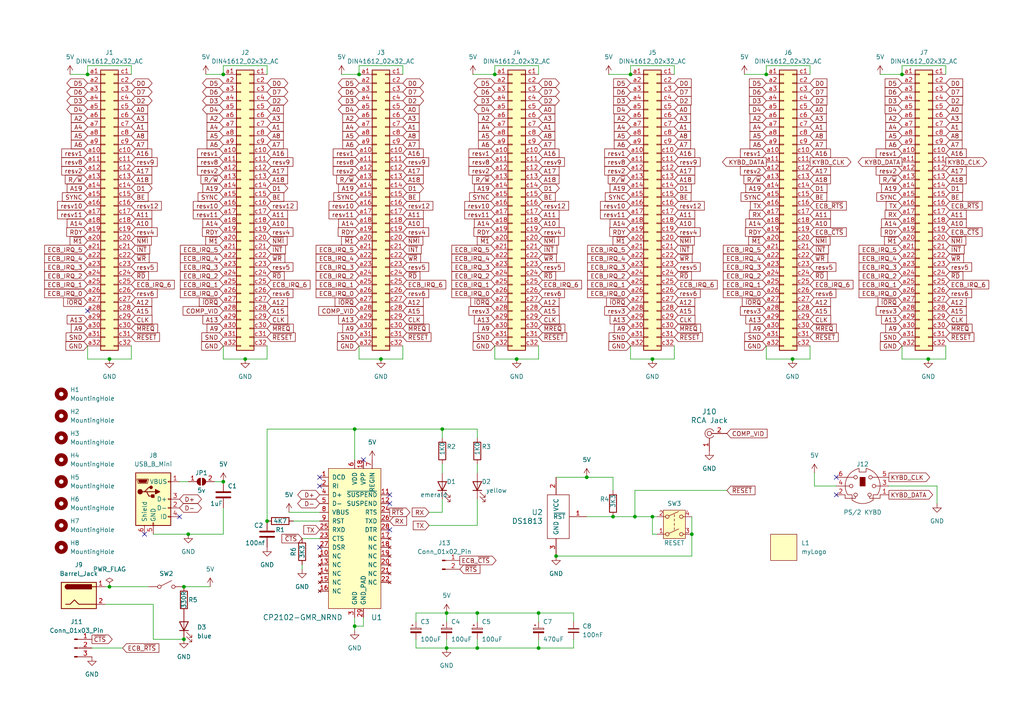
<source format=kicad_sch>
(kicad_sch (version 20230121) (generator eeschema)
  (paper "A4")
  (title_block (title "TLC-MECB-MB") (date "18/03/24") (rev "1.01") (company "TLC Stuff"))
  (junction (at 184.15 149.86))
  (junction (at 71.12 104.14))
  (junction (at 128.27 124.46))
  (junction (at 31.75 104.14))
  (junction (at 77.47 151.13))
  (junction (at 138.43 187.96))
  (junction (at 110.49 104.14))
  (junction (at 129.54 187.96))
  (junction (at 156.21 177.8))
  (junction (at 189.23 149.86))
  (junction (at 64.77 21.59))
  (junction (at 138.43 177.8))
  (junction (at 129.54 177.8))
  (junction (at 31.75 170.18))
  (junction (at 261.62 21.59))
  (junction (at 177.8 149.86))
  (junction (at 53.34 170.18))
  (junction (at 161.29 161.29))
  (junction (at 25.4 21.59))
  (junction (at 156.21 187.96))
  (junction (at 102.87 124.46))
  (junction (at 182.88 21.59))
  (junction (at 170.18 138.43))
  (junction (at 222.25 21.59))
  (junction (at 64.77 139.7))
  (junction (at 54.61 154.94))
  (junction (at 189.23 104.14))
  (junction (at 229.87 104.14))
  (junction (at 102.87 181.61))
  (junction (at 269.24 104.14))
  (junction (at 143.51 21.59))
  (junction (at 149.86 104.14))
  (junction (at 200.66 154.94))
  (junction (at 53.34 185.42))
  (junction (at 104.14 21.59))
  (no_connect (at 41.91 154.94))
  (no_connect (at 113.03 146.05))
  (no_connect (at 92.71 138.43))
  (no_connect (at 92.71 158.75))
  (no_connect (at 242.57 143.51))
  (no_connect (at 242.57 138.43))
  (no_connect (at 25.4 90.17))
  (no_connect (at 92.71 140.97))
  (no_connect (at 113.03 143.51))
  (no_connect (at 105.41 133.35))
  (no_connect (at 113.03 153.67))
  (no_connect (at 52.07 149.86))
  (wire (pts (xy 166.37 187.96) (xy 156.21 187.96)))
  (wire (pts (xy 222.25 104.14) (xy 229.87 104.14)))
  (wire (pts (xy 166.37 180.34) (xy 166.37 177.8)))
  (wire (pts (xy 77.47 124.46) (xy 77.47 151.13)))
  (wire (pts (xy 120.65 187.96) (xy 120.65 185.42)))
  (wire (pts (xy 257.81 140.97) (xy 271.78 140.97)))
  (wire (pts (xy 30.48 170.18) (xy 31.75 170.18)))
  (wire (pts (xy 156.21 177.8) (xy 156.21 180.34)))
  (wire (pts (xy 269.24 104.14) (xy 274.32 104.14)))
  (wire (pts (xy 200.66 154.94) (xy 200.66 161.29)))
  (wire (pts (xy 177.8 138.43) (xy 177.8 142.24)))
  (wire (pts (xy 53.34 170.18) (xy 60.96 170.18)))
  (wire (pts (xy 190.5 154.94) (xy 189.23 154.94)))
  (wire (pts (xy 274.32 104.14) (xy 274.32 100.33)))
  (wire (pts (xy 274.32 19.05) (xy 261.62 19.05)))
  (wire (pts (xy 166.37 185.42) (xy 166.37 187.96)))
  (wire (pts (xy 129.54 177.8) (xy 129.54 180.34)))
  (wire (pts (xy 116.84 21.59) (xy 116.84 19.05)))
  (wire (pts (xy 156.21 104.14) (xy 156.21 100.33)))
  (wire (pts (xy 138.43 152.4) (xy 124.46 152.4)))
  (wire (pts (xy 116.84 104.14) (xy 116.84 100.33)))
  (wire (pts (xy 195.58 104.14) (xy 195.58 100.33)))
  (wire (pts (xy 62.23 139.7) (xy 64.77 139.7)))
  (wire (pts (xy 195.58 21.59) (xy 195.58 19.05)))
  (wire (pts (xy 52.07 139.7) (xy 54.61 139.7)))
  (wire (pts (xy 128.27 124.46) (xy 128.27 127)))
  (wire (pts (xy 83.82 148.59) (xy 92.71 148.59)))
  (wire (pts (xy 128.27 134.62) (xy 128.27 137.16)))
  (wire (pts (xy 104.14 19.05) (xy 104.14 21.59)))
  (wire (pts (xy 102.87 124.46) (xy 77.47 124.46)))
  (wire (pts (xy 200.66 149.86) (xy 200.66 154.94)))
  (wire (pts (xy 138.43 187.96) (xy 156.21 187.96)))
  (wire (pts (xy 234.95 104.14) (xy 234.95 100.33)))
  (wire (pts (xy 222.25 100.33) (xy 222.25 104.14)))
  (wire (pts (xy 255.27 21.59) (xy 261.62 21.59)))
  (wire (pts (xy 143.51 104.14) (xy 149.86 104.14)))
  (wire (pts (xy 120.65 180.34) (xy 120.65 177.8)))
  (wire (pts (xy 31.75 170.18) (xy 43.18 170.18)))
  (wire (pts (xy 25.4 19.05) (xy 38.1 19.05)))
  (wire (pts (xy 176.53 21.59) (xy 182.88 21.59)))
  (wire (pts (xy 215.9 21.59) (xy 222.25 21.59)))
  (wire (pts (xy 25.4 104.14) (xy 31.75 104.14)))
  (wire (pts (xy 120.65 177.8) (xy 129.54 177.8)))
  (wire (pts (xy 44.45 185.42) (xy 44.45 175.26)))
  (wire (pts (xy 138.43 187.96) (xy 129.54 187.96)))
  (wire (pts (xy 102.87 181.61) (xy 102.87 182.88)))
  (wire (pts (xy 149.86 104.14) (xy 156.21 104.14)))
  (wire (pts (xy 143.51 19.05) (xy 143.51 21.59)))
  (wire (pts (xy 30.48 175.26) (xy 44.45 175.26)))
  (wire (pts (xy 222.25 19.05) (xy 222.25 21.59)))
  (wire (pts (xy 129.54 185.42) (xy 129.54 187.96)))
  (wire (pts (xy 138.43 177.8) (xy 138.43 180.34)))
  (wire (pts (xy 138.43 185.42) (xy 138.43 187.96)))
  (wire (pts (xy 77.47 104.14) (xy 77.47 100.33)))
  (wire (pts (xy 64.77 154.94) (xy 54.61 154.94)))
  (wire (pts (xy 87.63 163.83) (xy 87.63 165.1)))
  (wire (pts (xy 182.88 19.05) (xy 182.88 21.59)))
  (wire (pts (xy 116.84 19.05) (xy 104.14 19.05)))
  (wire (pts (xy 261.62 104.14) (xy 269.24 104.14)))
  (wire (pts (xy 102.87 179.07) (xy 102.87 181.61)))
  (wire (pts (xy 138.43 127) (xy 138.43 124.46)))
  (wire (pts (xy 261.62 19.05) (xy 261.62 21.59)))
  (wire (pts (xy 128.27 148.59) (xy 124.46 148.59)))
  (wire (pts (xy 105.41 179.07) (xy 105.41 181.61)))
  (wire (pts (xy 182.88 100.33) (xy 182.88 104.14)))
  (wire (pts (xy 156.21 19.05) (xy 143.51 19.05)))
  (wire (pts (xy 156.21 185.42) (xy 156.21 187.96)))
  (wire (pts (xy 189.23 154.94) (xy 189.23 149.86)))
  (wire (pts (xy 102.87 124.46) (xy 128.27 124.46)))
  (wire (pts (xy 87.63 156.21) (xy 92.71 156.21)))
  (wire (pts (xy 166.37 177.8) (xy 156.21 177.8)))
  (wire (pts (xy 38.1 104.14) (xy 38.1 100.33)))
  (wire (pts (xy 195.58 19.05) (xy 182.88 19.05)))
  (wire (pts (xy 64.77 147.32) (xy 64.77 154.94)))
  (wire (pts (xy 234.95 19.05) (xy 222.25 19.05)))
  (wire (pts (xy 64.77 19.05) (xy 64.77 21.59)))
  (wire (pts (xy 161.29 138.43) (xy 170.18 138.43)))
  (wire (pts (xy 128.27 144.78) (xy 128.27 148.59)))
  (wire (pts (xy 138.43 177.8) (xy 156.21 177.8)))
  (wire (pts (xy 38.1 19.05) (xy 38.1 21.59)))
  (wire (pts (xy 236.22 137.16) (xy 236.22 140.97)))
  (wire (pts (xy 271.78 140.97) (xy 271.78 146.05)))
  (wire (pts (xy 189.23 104.14) (xy 195.58 104.14)))
  (wire (pts (xy 189.23 149.86) (xy 190.5 149.86)))
  (wire (pts (xy 143.51 100.33) (xy 143.51 104.14)))
  (wire (pts (xy 138.43 144.78) (xy 138.43 152.4)))
  (wire (pts (xy 102.87 124.46) (xy 102.87 133.35)))
  (wire (pts (xy 177.8 149.86) (xy 184.15 149.86)))
  (wire (pts (xy 170.18 149.86) (xy 177.8 149.86)))
  (wire (pts (xy 25.4 21.59) (xy 25.4 19.05)))
  (wire (pts (xy 236.22 140.97) (xy 242.57 140.97)))
  (wire (pts (xy 234.95 21.59) (xy 234.95 19.05)))
  (wire (pts (xy 138.43 134.62) (xy 138.43 137.16)))
  (wire (pts (xy 182.88 104.14) (xy 189.23 104.14)))
  (wire (pts (xy 274.32 21.59) (xy 274.32 19.05)))
  (wire (pts (xy 110.49 104.14) (xy 116.84 104.14)))
  (wire (pts (xy 71.12 104.14) (xy 77.47 104.14)))
  (wire (pts (xy 44.45 154.94) (xy 54.61 154.94)))
  (wire (pts (xy 25.4 100.33) (xy 25.4 104.14)))
  (wire (pts (xy 26.67 187.96) (xy 35.56 187.96)))
  (wire (pts (xy 99.06 21.59) (xy 104.14 21.59)))
  (wire (pts (xy 184.15 149.86) (xy 189.23 149.86)))
  (wire (pts (xy 64.77 100.33) (xy 64.77 104.14)))
  (wire (pts (xy 184.15 142.24) (xy 184.15 149.86)))
  (wire (pts (xy 161.29 161.29) (xy 200.66 161.29)))
  (wire (pts (xy 104.14 104.14) (xy 110.49 104.14)))
  (wire (pts (xy 85.09 151.13) (xy 92.71 151.13)))
  (wire (pts (xy 138.43 124.46) (xy 128.27 124.46)))
  (wire (pts (xy 129.54 187.96) (xy 120.65 187.96)))
  (wire (pts (xy 104.14 100.33) (xy 104.14 104.14)))
  (wire (pts (xy 137.16 21.59) (xy 143.51 21.59)))
  (wire (pts (xy 229.87 104.14) (xy 234.95 104.14)))
  (wire (pts (xy 184.15 142.24) (xy 210.82 142.24)))
  (wire (pts (xy 261.62 100.33) (xy 261.62 104.14)))
  (wire (pts (xy 64.77 104.14) (xy 71.12 104.14)))
  (wire (pts (xy 77.47 19.05) (xy 77.47 21.59)))
  (wire (pts (xy 59.69 21.59) (xy 64.77 21.59)))
  (wire (pts (xy 31.75 104.14) (xy 38.1 104.14)))
  (wire (pts (xy 105.41 181.61) (xy 102.87 181.61)))
  (wire (pts (xy 170.18 138.43) (xy 177.8 138.43)))
  (wire (pts (xy 20.32 21.59) (xy 25.4 21.59)))
  (wire (pts (xy 156.21 21.59) (xy 156.21 19.05)))
  (wire (pts (xy 53.34 185.42) (xy 44.45 185.42)))
  (wire (pts (xy 129.54 177.8) (xy 138.43 177.8)))
  (wire (pts (xy 64.77 19.05) (xy 77.47 19.05)))
  (global_label "resv11" (shape input) (at 143.51 62.23 180) (property "Intersheetrefs" "${INTERSHEET_REFS}" (effects hide)))
  (global_label "ECB_IRQ_2" (shape input) (at 143.51 80.01 180) (property "Intersheetrefs" "${INTERSHEET_REFS}" (effects hide)))
  (global_label "A11" (shape input) (at 156.21 62.23 0) (property "Intersheetrefs" "${INTERSHEET_REFS}" (effects hide)))
  (global_label "A6" (shape input) (at 25.4 41.91 180) (property "Intersheetrefs" "${INTERSHEET_REFS}" (effects hide)))
  (global_label "ECB_IRQ_6" (shape input) (at 234.95 82.55 0) (property "Intersheetrefs" "${INTERSHEET_REFS}" (effects hide)))
  (global_label "resv10" (shape input) (at 64.77 59.69 180) (property "Intersheetrefs" "${INTERSHEET_REFS}" (effects hide)))
  (global_label "A13" (shape input) (at 25.4 92.71 180) (property "Intersheetrefs" "${INTERSHEET_REFS}" (effects hide)))
  (global_label "A6" (shape input) (at 261.62 41.91 180) (property "Intersheetrefs" "${INTERSHEET_REFS}" (effects hide)))
  (global_label "A4" (shape input) (at 222.25 36.83 180) (property "Intersheetrefs" "${INTERSHEET_REFS}" (effects hide)))
  (global_label "R{slash}~{W}" (shape input) (at 64.77 52.07 180) (property "Intersheetrefs" "${INTERSHEET_REFS}" (effects hide)))
  (global_label "A0" (shape input) (at 274.32 31.75 0) (property "Intersheetrefs" "${INTERSHEET_REFS}" (effects hide)))
  (global_label "CLK" (shape input) (at 274.32 92.71 0) (property "Intersheetrefs" "${INTERSHEET_REFS}" (effects hide)))
  (global_label "SYNC" (shape input) (at 25.4 57.15 180) (property "Intersheetrefs" "${INTERSHEET_REFS}" (effects hide)))
  (global_label "ECB_IRQ_2" (shape input) (at 64.77 80.01 180) (property "Intersheetrefs" "${INTERSHEET_REFS}" (effects hide)))
  (global_label "~{M1}" (shape input) (at 261.62 69.85 180) (property "Intersheetrefs" "${INTERSHEET_REFS}" (effects hide)))
  (global_label "D2" (shape bidirectional) (at 156.21 29.21 0) (property "Intersheetrefs" "${INTERSHEET_REFS}" (effects hide)))
  (global_label "resv9" (shape input) (at 156.21 46.99 0) (property "Intersheetrefs" "${INTERSHEET_REFS}" (effects hide)))
  (global_label "A12" (shape input) (at 234.95 87.63 0) (property "Intersheetrefs" "${INTERSHEET_REFS}" (effects hide)))
  (global_label "A13" (shape input) (at 64.77 92.71 180) (property "Intersheetrefs" "${INTERSHEET_REFS}" (effects hide)))
  (global_label "GND" (shape input) (at 143.51 100.33 180) (property "Intersheetrefs" "${INTERSHEET_REFS}" (effects hide)))
  (global_label "resv6" (shape input) (at 234.95 85.09 0) (property "Intersheetrefs" "${INTERSHEET_REFS}" (effects hide)))
  (global_label "resv11" (shape input) (at 104.14 62.23 180) (property "Intersheetrefs" "${INTERSHEET_REFS}" (effects hide)))
  (global_label "A17" (shape input) (at 156.21 49.53 0) (property "Intersheetrefs" "${INTERSHEET_REFS}" (effects hide)))
  (global_label "CLK" (shape input) (at 195.58 92.71 0) (property "Intersheetrefs" "${INTERSHEET_REFS}" (effects hide)))
  (global_label "~{M1}" (shape input) (at 182.88 69.85 180) (property "Intersheetrefs" "${INTERSHEET_REFS}" (effects hide)))
  (global_label "A11" (shape input) (at 116.84 62.23 0) (property "Intersheetrefs" "${INTERSHEET_REFS}" (effects hide)))
  (global_label "A14" (shape input) (at 143.51 64.77 180) (property "Intersheetrefs" "${INTERSHEET_REFS}" (effects hide)))
  (global_label "~{M1}" (shape input) (at 25.4 69.85 180) (property "Intersheetrefs" "${INTERSHEET_REFS}" (effects hide)))
  (global_label "A2" (shape input) (at 25.4 34.29 180) (property "Intersheetrefs" "${INTERSHEET_REFS}" (effects hide)))
  (global_label "resv11" (shape input) (at 182.88 62.23 180) (property "Intersheetrefs" "${INTERSHEET_REFS}" (effects hide)))
  (global_label "resv12" (shape input) (at 77.47 59.69 0) (property "Intersheetrefs" "${INTERSHEET_REFS}" (effects hide)))
  (global_label "A9" (shape input) (at 104.14 95.25 180) (property "Intersheetrefs" "${INTERSHEET_REFS}" (effects hide)))
  (global_label "D2" (shape bidirectional) (at 38.1 29.21 0) (property "Intersheetrefs" "${INTERSHEET_REFS}" (effects hide)))
  (global_label "A8" (shape input) (at 156.21 39.37 0) (property "Intersheetrefs" "${INTERSHEET_REFS}" (effects hide)))
  (global_label "GND" (shape input) (at 182.88 100.33 180) (property "Intersheetrefs" "${INTERSHEET_REFS}" (effects hide)))
  (global_label "resv3" (shape input) (at 222.25 90.17 180) (property "Intersheetrefs" "${INTERSHEET_REFS}" (effects hide)))
  (global_label "resv2" (shape input) (at 182.88 49.53 180) (property "Intersheetrefs" "${INTERSHEET_REFS}" (effects hide)))
  (global_label "BE" (shape input) (at 77.47 57.15 0) (property "Intersheetrefs" "${INTERSHEET_REFS}" (effects hide)))
  (global_label "TX" (shape input) (at 222.25 59.69 180) (property "Intersheetrefs" "${INTERSHEET_REFS}" (effects hide)))
  (global_label "D2" (shape input) (at 234.95 29.21 0) (property "Intersheetrefs" "${INTERSHEET_REFS}" (effects hide)))
  (global_label "~{INT}" (shape input) (at 38.1 72.39 0) (property "Intersheetrefs" "${INTERSHEET_REFS}" (effects hide)))
  (global_label "A3" (shape input) (at 116.84 34.29 0) (property "Intersheetrefs" "${INTERSHEET_REFS}" (effects hide)))
  (global_label "CLK" (shape input) (at 156.21 92.71 0) (property "Intersheetrefs" "${INTERSHEET_REFS}" (effects hide)))
  (global_label "A5" (shape input) (at 182.88 39.37 180) (property "Intersheetrefs" "${INTERSHEET_REFS}" (effects hide)))
  (global_label "ECB_IRQ_5" (shape input) (at 261.62 72.39 180) (property "Intersheetrefs" "${INTERSHEET_REFS}" (effects hide)))
  (global_label "KYBD_DATA" (shape output) (at 257.81 143.51 0) (property "Intersheetrefs" "${INTERSHEET_REFS}" (effects hide)))
  (global_label "~{WR}" (shape input) (at 234.95 74.93 0) (property "Intersheetrefs" "${INTERSHEET_REFS}" (effects hide)))
  (global_label "resv4" (shape input) (at 116.84 67.31 0) (property "Intersheetrefs" "${INTERSHEET_REFS}" (effects hide)))
  (global_label "A12" (shape input) (at 274.32 87.63 0) (property "Intersheetrefs" "${INTERSHEET_REFS}" (effects hide)))
  (global_label "A14" (shape input) (at 64.77 64.77 180) (property "Intersheetrefs" "${INTERSHEET_REFS}" (effects hide)))
  (global_label "A19" (shape input) (at 104.14 54.61 180) (property "Intersheetrefs" "${INTERSHEET_REFS}" (effects hide)))
  (global_label "A0" (shape input) (at 77.47 31.75 0) (property "Intersheetrefs" "${INTERSHEET_REFS}" (effects hide)))
  (global_label "~{MREQ}" (shape input) (at 77.47 95.25 0) (property "Intersheetrefs" "${INTERSHEET_REFS}" (effects hide)))
  (global_label "resv10" (shape input) (at 143.51 59.69 180) (property "Intersheetrefs" "${INTERSHEET_REFS}" (effects hide)))
  (global_label "KYBD_CLK" (shape output) (at 257.81 138.43 0) (property "Intersheetrefs" "${INTERSHEET_REFS}" (effects hide)))
  (global_label "SND" (shape input) (at 143.51 97.79 180) (property "Intersheetrefs" "${INTERSHEET_REFS}" (effects hide)))
  (global_label "~{M1}" (shape input) (at 222.25 69.85 180) (property "Intersheetrefs" "${INTERSHEET_REFS}" (effects hide)))
  (global_label "resv4" (shape input) (at 195.58 67.31 0) (property "Intersheetrefs" "${INTERSHEET_REFS}" (effects hide)))
  (global_label "ECB_IRQ_6" (shape input) (at 156.21 82.55 0) (property "Intersheetrefs" "${INTERSHEET_REFS}" (effects hide)))
  (global_label "A5" (shape input) (at 104.14 39.37 180) (property "Intersheetrefs" "${INTERSHEET_REFS}" (effects hide)))
  (global_label "~{MREQ}" (shape input) (at 234.95 95.25 0) (property "Intersheetrefs" "${INTERSHEET_REFS}" (effects hide)))
  (global_label "resv2" (shape input) (at 222.25 49.53 180) (property "Intersheetrefs" "${INTERSHEET_REFS}" (effects hide)))
  (global_label "A8" (shape input) (at 77.47 39.37 0) (property "Intersheetrefs" "${INTERSHEET_REFS}" (effects hide)))
  (global_label "A3" (shape input) (at 234.95 34.29 0) (property "Intersheetrefs" "${INTERSHEET_REFS}" (effects hide)))
  (global_label "CLK" (shape input) (at 234.95 92.71 0) (property "Intersheetrefs" "${INTERSHEET_REFS}" (effects hide)))
  (global_label "ECB_IRQ_5" (shape input) (at 143.51 72.39 180) (property "Intersheetrefs" "${INTERSHEET_REFS}" (effects hide)))
  (global_label "~{WR}" (shape input) (at 274.32 74.93 0) (property "Intersheetrefs" "${INTERSHEET_REFS}" (effects hide)))
  (global_label "resv1" (shape input) (at 222.25 44.45 180) (property "Intersheetrefs" "${INTERSHEET_REFS}" (effects hide)))
  (global_label "A14" (shape input) (at 261.62 64.77 180) (property "Intersheetrefs" "${INTERSHEET_REFS}" (effects hide)))
  (global_label "COMP_VID" (shape input) (at 210.82 125.73 0) (property "Intersheetrefs" "${INTERSHEET_REFS}" (effects hide)))
  (global_label "A19" (shape input) (at 143.51 54.61 180) (property "Intersheetrefs" "${INTERSHEET_REFS}" (effects hide)))
  (global_label "ECB_IRQ_0" (shape input) (at 25.4 85.09 180) (property "Intersheetrefs" "${INTERSHEET_REFS}" (effects hide)))
  (global_label "D5" (shape input) (at 182.88 24.13 180) (property "Intersheetrefs" "${INTERSHEET_REFS}" (effects hide)))
  (global_label "~{WR}" (shape input) (at 156.21 74.93 0) (property "Intersheetrefs" "${INTERSHEET_REFS}" (effects hide)))
  (global_label "A18" (shape input) (at 38.1 52.07 0) (property "Intersheetrefs" "${INTERSHEET_REFS}" (effects hide)))
  (global_label "R{slash}~{W}" (shape input) (at 261.62 52.07 180) (property "Intersheetrefs" "${INTERSHEET_REFS}" (effects hide)))
  (global_label "resv6" (shape input) (at 156.21 85.09 0) (property "Intersheetrefs" "${INTERSHEET_REFS}" (effects hide)))
  (global_label "~{NMI}" (shape input) (at 274.32 69.85 0) (property "Intersheetrefs" "${INTERSHEET_REFS}" (effects hide)))
  (global_label "resv6" (shape input) (at 38.1 85.09 0) (property "Intersheetrefs" "${INTERSHEET_REFS}" (effects hide)))
  (global_label "A19" (shape input) (at 25.4 54.61 180) (property "Intersheetrefs" "${INTERSHEET_REFS}" (effects hide)))
  (global_label "SND" (shape input) (at 182.88 97.79 180) (property "Intersheetrefs" "${INTERSHEET_REFS}" (effects hide)))
  (global_label "A3" (shape input) (at 195.58 34.29 0) (property "Intersheetrefs" "${INTERSHEET_REFS}" (effects hide)))
  (global_label "CLK" (shape input) (at 116.84 92.71 0) (property "Intersheetrefs" "${INTERSHEET_REFS}" (effects hide)))
  (global_label "A7" (shape input) (at 156.21 41.91 0) (property "Intersheetrefs" "${INTERSHEET_REFS}" (effects hide)))
  (global_label "D2" (shape input) (at 195.58 29.21 0) (property "Intersheetrefs" "${INTERSHEET_REFS}" (effects hide)))
  (global_label "A5" (shape input) (at 25.4 39.37 180) (property "Intersheetrefs" "${INTERSHEET_REFS}" (effects hide)))
  (global_label "~{MREQ}" (shape input) (at 195.58 95.25 0) (property "Intersheetrefs" "${INTERSHEET_REFS}" (effects hide)))
  (global_label "~{RTS}" (shape output) (at 113.03 148.59 0) (property "Intersheetrefs" "${INTERSHEET_REFS}" (effects hide)))
  (global_label "CLK" (shape input) (at 38.1 92.71 0) (property "Intersheetrefs" "${INTERSHEET_REFS}" (effects hide)))
  (global_label "A7" (shape input) (at 116.84 41.91 0) (property "Intersheetrefs" "${INTERSHEET_REFS}" (effects hide)))
  (global_label "D6" (shape input) (at 222.25 26.67 180) (property "Intersheetrefs" "${INTERSHEET_REFS}" (effects hide)))
  (global_label "SND" (shape input) (at 261.62 97.79 180) (property "Intersheetrefs" "${INTERSHEET_REFS}" (effects hide)))
  (global_label "D6" (shape input) (at 261.62 26.67 180) (property "Intersheetrefs" "${INTERSHEET_REFS}" (effects hide)))
  (global_label "resv10" (shape input) (at 25.4 59.69 180) (property "Intersheetrefs" "${INTERSHEET_REFS}" (effects hide)))
  (global_label "ECB_IRQ_4" (shape input) (at 222.25 74.93 180) (property "Intersheetrefs" "${INTERSHEET_REFS}" (effects hide)))
  (global_label "D1" (shape input) (at 195.58 54.61 0) (property "Intersheetrefs" "${INTERSHEET_REFS}" (effects hide)))
  (global_label "SND" (shape input) (at 64.77 97.79 180) (property "Intersheetrefs" "${INTERSHEET_REFS}" (effects hide)))
  (global_label "ECB_IRQ_6" (shape input) (at 116.84 82.55 0) (property "Intersheetrefs" "${INTERSHEET_REFS}" (effects hide)))
  (global_label "A15" (shape input) (at 195.58 90.17 0) (property "Intersheetrefs" "${INTERSHEET_REFS}" (effects hide)))
  (global_label "A14" (shape input) (at 222.25 64.77 180) (property "Intersheetrefs" "${INTERSHEET_REFS}" (effects hide)))
  (global_label "resv2" (shape input) (at 104.14 49.53 180) (property "Intersheetrefs" "${INTERSHEET_REFS}" (effects hide)))
  (global_label "D1" (shape input) (at 234.95 54.61 0) (property "Intersheetrefs" "${INTERSHEET_REFS}" (effects hide)))
  (global_label "D+" (shape bidirectional) (at 92.71 143.51 180) (property "Intersheetrefs" "${INTERSHEET_REFS}" (effects hide)))
  (global_label "ECB_IRQ_3" (shape input) (at 104.14 77.47 180) (property "Intersheetrefs" "${INTERSHEET_REFS}" (effects hide)))
  (global_label "resv10" (shape input) (at 182.88 59.69 180) (property "Intersheetrefs" "${INTERSHEET_REFS}" (effects hide)))
  (global_label "A9" (shape input) (at 182.88 95.25 180) (property "Intersheetrefs" "${INTERSHEET_REFS}" (effects hide)))
  (global_label "GND" (shape input) (at 222.25 100.33 180) (property "Intersheetrefs" "${INTERSHEET_REFS}" (effects hide)))
  (global_label "A17" (shape input) (at 274.32 49.53 0) (property "Intersheetrefs" "${INTERSHEET_REFS}" (effects hide)))
  (global_label "resv4" (shape input) (at 38.1 67.31 0) (property "Intersheetrefs" "${INTERSHEET_REFS}" (effects hide)))
  (global_label "ECB_IRQ_1" (shape input) (at 64.77 82.55 180) (property "Intersheetrefs" "${INTERSHEET_REFS}" (effects hide)))
  (global_label "A17" (shape input) (at 38.1 49.53 0) (property "Intersheetrefs" "${INTERSHEET_REFS}" (effects hide)))
  (global_label "D5" (shape input) (at 222.25 24.13 180) (property "Intersheetrefs" "${INTERSHEET_REFS}" (effects hide)))
  (global_label "D5" (shape bidirectional) (at 64.77 24.13 180) (property "Intersheetrefs" "${INTERSHEET_REFS}" (effects hide)))
  (global_label "~{INT}" (shape input) (at 195.58 72.39 0) (property "Intersheetrefs" "${INTERSHEET_REFS}" (effects hide)))
  (global_label "A13" (shape input) (at 182.88 92.71 180) (property "Intersheetrefs" "${INTERSHEET_REFS}" (effects hide)))
  (global_label "D2" (shape input) (at 274.32 29.21 0) (property "Intersheetrefs" "${INTERSHEET_REFS}" (effects hide)))
  (global_label "D3" (shape bidirectional) (at 104.14 29.21 180) (property "Intersheetrefs" "${INTERSHEET_REFS}" (effects hide)))
  (global_label "D4" (shape bidirectional) (at 64.77 31.75 180) (property "Intersheetrefs" "${INTERSHEET_REFS}" (effects hide)))
  (global_label "ECB_IRQ_0" (shape input) (at 64.77 85.09 180) (property "Intersheetrefs" "${INTERSHEET_REFS}" (effects hide)))
  (global_label "resv3" (shape input) (at 182.88 90.17 180) (property "Intersheetrefs" "${INTERSHEET_REFS}" (effects hide)))
  (global_label "A14" (shape input) (at 182.88 64.77 180) (property "Intersheetrefs" "${INTERSHEET_REFS}" (effects hide)))
  (global_label "A6" (shape input) (at 104.14 41.91 180) (property "Intersheetrefs" "${INTERSHEET_REFS}" (effects hide)))
  (global_label "A13" (shape input) (at 143.51 92.71 180) (property "Intersheetrefs" "${INTERSHEET_REFS}" (effects hide)))
  (global_label "A11" (shape input) (at 234.95 62.23 0) (property "Intersheetrefs" "${INTERSHEET_REFS}" (effects hide)))
  (global_label "ECB_IRQ_5" (shape input) (at 222.25 72.39 180) (property "Intersheetrefs" "${INTERSHEET_REFS}" (effects hide)))
  (global_label "resv8" (shape input) (at 143.51 46.99 180) (property "Intersheetrefs" "${INTERSHEET_REFS}" (effects hide)))
  (global_label "ECB_IRQ_4" (shape input) (at 182.88 74.93 180) (property "Intersheetrefs" "${INTERSHEET_REFS}" (effects hide)))
  (global_label "ECB_IRQ_2" (shape input) (at 261.62 80.01 180) (property "Intersheetrefs" "${INTERSHEET_REFS}" (effects hide)))
  (global_label "~{IORQ}" (shape input) (at 261.62 87.63 180) (property "Intersheetrefs" "${INTERSHEET_REFS}" (effects hide)))
  (global_label "SYNC" (shape input) (at 104.14 57.15 180) (property "Intersheetrefs" "${INTERSHEET_REFS}" (effects hide)))
  (global_label "A2" (shape input) (at 104.14 34.29 180) (property "Intersheetrefs" "${INTERSHEET_REFS}" (effects hide)))
  (global_label "R{slash}~{W}" (shape input) (at 143.51 52.07 180) (property "Intersheetrefs" "${INTERSHEET_REFS}" (effects hide)))
  (global_label "A2" (shape input) (at 261.62 34.29 180) (property "Intersheetrefs" "${INTERSHEET_REFS}" (effects hide)))
  (global_label "ECB_IRQ_1" (shape input) (at 25.4 82.55 180) (property "Intersheetrefs" "${INTERSHEET_REFS}" (effects hide)))
  (global_label "KYBD_CLK" (shape output) (at 234.95 46.99 0) (property "Intersheetrefs" "${INTERSHEET_REFS}" (effects hide)))
  (global_label "A12" (shape input) (at 77.47 87.63 0) (property "Intersheetrefs" "${INTERSHEET_REFS}" (effects hide)))
  (global_label "ECB_IRQ_0" (shape input) (at 261.62 85.09 180) (property "Intersheetrefs" "${INTERSHEET_REFS}" (effects hide)))
  (global_label "D0" (shape bidirectional) (at 156.21 24.13 0) (property "Intersheetrefs" "${INTERSHEET_REFS}" (effects hide)))
  (global_label "RX" (shape input) (at 113.03 151.13 0) (property "Intersheetrefs" "${INTERSHEET_REFS}" (effects hide)))
  (global_label "~{RD}" (shape input) (at 234.95 80.01 0) (property "Intersheetrefs" "${INTERSHEET_REFS}" (effects hide)))
  (global_label "resv11" (shape input) (at 64.77 62.23 180) (property "Intersheetrefs" "${INTERSHEET_REFS}" (effects hide)))
  (global_label "D4" (shape bidirectional) (at 104.14 31.75 180) (property "Intersheetrefs" "${INTERSHEET_REFS}" (effects hide)))
  (global_label "D0" (shape input) (at 195.58 24.13 0) (property "Intersheetrefs" "${INTERSHEET_REFS}" (effects hide)))
  (global_label "D5" (shape bidirectional) (at 143.51 24.13 180) (property "Intersheetrefs" "${INTERSHEET_REFS}" (effects hide)))
  (global_label "D1" (shape bidirectional) (at 156.21 54.61 0) (property "Intersheetrefs" "${INTERSHEET_REFS}" (effects hide)))
  (global_label "~{M1}" (shape input) (at 64.77 69.85 180) (property "Intersheetrefs" "${INTERSHEET_REFS}" (effects hide)))
  (global_label "GND" (shape input) (at 104.14 100.33 180) (property "Intersheetrefs" "${INTERSHEET_REFS}" (effects hide)))
  (global_label "ECB_~{RTS}" (shape input) (at 234.95 59.69 0) (property "Intersheetrefs" "${INTERSHEET_REFS}" (effects hide)))
  (global_label "A18" (shape input) (at 234.95 52.07 0) (property "Intersheetrefs" "${INTERSHEET_REFS}" (effects hide)))
  (global_label "~{WR}" (shape input) (at 195.58 74.93 0) (property "Intersheetrefs" "${INTERSHEET_REFS}" (effects hide)))
  (global_label "D2" (shape bidirectional) (at 77.47 29.21 0) (property "Intersheetrefs" "${INTERSHEET_REFS}" (effects hide)))
  (global_label "BE" (shape input) (at 156.21 57.15 0) (property "Intersheetrefs" "${INTERSHEET_REFS}" (effects hide)))
  (global_label "GND" (shape input) (at 25.4 100.33 180) (property "Intersheetrefs" "${INTERSHEET_REFS}" (effects hide)))
  (global_label "A19" (shape input) (at 222.25 54.61 180) (property "Intersheetrefs" "${INTERSHEET_REFS}" (effects hide)))
  (global_label "ECB_IRQ_6" (shape input) (at 195.58 82.55 0) (property "Intersheetrefs" "${INTERSHEET_REFS}" (effects hide)))
  (global_label "~{WR}" (shape input) (at 38.1 74.93 0) (property "Intersheetrefs" "${INTERSHEET_REFS}" (effects hide)))
  (global_label "D7" (shape input) (at 195.58 26.67 0) (property "Intersheetrefs" "${INTERSHEET_REFS}" (effects hide)))
  (global_label "~{IORQ}" (shape input) (at 25.4 87.63 180) (property "Intersheetrefs" "${INTERSHEET_REFS}" (effects hide)))
  (global_label "A5" (shape input) (at 64.77 39.37 180) (property "Intersheetrefs" "${INTERSHEET_REFS}" (effects hide)))
  (global_label "ECB_IRQ_3" (shape input) (at 222.25 77.47 180) (property "Intersheetrefs" "${INTERSHEET_REFS}" (effects hide)))
  (global_label "~{NMI}" (shape input) (at 195.58 69.85 0) (property "Intersheetrefs" "${INTERSHEET_REFS}" (effects hide)))
  (global_label "A1" (shape input) (at 156.21 36.83 0) (property "Intersheetrefs" "${INTERSHEET_REFS}" (effects hide)))
  (global_label "~{IORQ}" (shape input) (at 64.77 87.63 180) (property "Intersheetrefs" "${INTERSHEET_REFS}" (effects hide)))
  (global_label "A15" (shape input) (at 156.21 90.17 0) (property "Intersheetrefs" "${INTERSHEET_REFS}" (effects hide)))
  (global_label "ECB_IRQ_1" (shape input) (at 182.88 82.55 180) (property "Intersheetrefs" "${INTERSHEET_REFS}" (effects hide)))
  (global_label "~{RESET}" (shape input) (at 156.21 97.79 0) (property "Intersheetrefs" "${INTERSHEET_REFS}" (effects hide)))
  (global_label "A6" (shape input) (at 182.88 41.91 180) (property "Intersheetrefs" "${INTERSHEET_REFS}" (effects hide)))
  (global_label "resv5" (shape input) (at 195.58 77.47 0) (property "Intersheetrefs" "${INTERSHEET_REFS}" (effects hide)))
  (global_label "~{NMI}" (shape input) (at 116.84 69.85 0) (property "Intersheetrefs" "${INTERSHEET_REFS}" (effects hide)))
  (global_label "~{M1}" (shape input) (at 104.14 69.85 180) (property "Intersheetrefs" "${INTERSHEET_REFS}" (effects hide)))
  (global_label "ECB_IRQ_3" (shape input) (at 25.4 77.47 180) (property "Intersheetrefs" "${INTERSHEET_REFS}" (effects hide)))
  (global_label "ECB_IRQ_4" (shape input) (at 25.4 74.93 180) (property "Intersheetrefs" "${INTERSHEET_REFS}" (effects hide)))
  (global_label "ECB_IRQ_4" (shape input) (at 143.51 74.93 180) (property "Intersheetrefs" "${INTERSHEET_REFS}" (effects hide)))
  (global_label "resv12" (shape input) (at 156.21 59.69 0) (property "Intersheetrefs" "${INTERSHEET_REFS}" (effects hide)))
  (global_label "D2" (shape bidirectional) (at 116.84 29.21 0) (property "Intersheetrefs" "${INTERSHEET_REFS}" (effects hide)))
  (global_label "~{IORQ}" (shape input) (at 182.88 87.63 180) (property "Intersheetrefs" "${INTERSHEET_REFS}" (effects hide)))
  (global_label "RDY" (shape input) (at 222.25 67.31 180) (property "Intersheetrefs" "${INTERSHEET_REFS}" (effects hide)))
  (global_label "SND" (shape input) (at 222.25 97.79 180) (property "Intersheetrefs" "${INTERSHEET_REFS}" (effects hide)))
  (global_label "D4" (shape bidirectional) (at 143.51 31.75 180) (property "Intersheetrefs" "${INTERSHEET_REFS}" (effects hide)))
  (global_label "ECB_IRQ_4" (shape input) (at 104.14 74.93 180) (property "Intersheetrefs" "${INTERSHEET_REFS}" (effects hide)))
  (global_label "~{NMI}" (shape input) (at 38.1 69.85 0) (property "Intersheetrefs" "${INTERSHEET_REFS}" (effects hide)))
  (global_label "A15" (shape input) (at 38.1 90.17 0) (property "Intersheetrefs" "${INTERSHEET_REFS}" (effects hide)))
  (global_label "resv1" (shape input) (at 143.51 44.45 180) (property "Intersheetrefs" "${INTERSHEET_REFS}" (effects hide)))
  (global_label "resv8" (shape input) (at 64.77 46.99 180) (property "Intersheetrefs" "${INTERSHEET_REFS}" (effects hide)))
  (global_label "R{slash}~{W}" (shape input) (at 25.4 52.07 180) (property "Intersheetrefs" "${INTERSHEET_REFS}" (effects hide)))
  (global_label "SYNC" (shape input) (at 261.62 57.15 180) (property "Intersheetrefs" "${INTERSHEET_REFS}" (effects hide)))
  (global_label "A2" (shape input) (at 182.88 34.29 180) (property "Intersheetrefs" "${INTERSHEET_REFS}" (effects hide)))
  (global_label "~{MREQ}" (shape input) (at 116.84 95.25 0) (property "Intersheetrefs" "${INTERSHEET_REFS}" (effects hide)))
  (global_label "resv5" (shape input) (at 234.95 77.47 0) (property "Intersheetrefs" "${INTERSHEET_REFS}" (effects hide)))
  (global_label "RX" (shape input) (at 124.46 148.59 180) (property "Intersheetrefs" "${INTERSHEET_REFS}" (effects hide)))
  (global_label "KYBD_DATA" (shape output) (at 222.25 46.99 180) (property "Intersheetrefs" "${INTERSHEET_REFS}" (effects hide)))
  (global_label "A19" (shape input) (at 182.88 54.61 180) (property "Intersheetrefs" "${INTERSHEET_REFS}" (effects hide)))
  (global_label "BE" (shape input) (at 234.95 57.15 0) (property "Intersheetrefs" "${INTERSHEET_REFS}" (effects hide)))
  (global_label "ECB_IRQ_5" (shape input) (at 182.88 72.39 180) (property "Intersheetrefs" "${INTERSHEET_REFS}" (effects hide)))
  (global_label "ECB_~{CTS}" (shape input) (at 234.95 67.31 0) (property "Intersheetrefs" "${INTERSHEET_REFS}" (effects hide)))
  (global_label "A10" (shape input) (at 116.84 64.77 0) (property "Intersheetrefs" "${INTERSHEET_REFS}" (effects hide)))
  (global_label "~{RESET}" (shape input) (at 274.32 97.79 0) (property "Intersheetrefs" "${INTERSHEET_REFS}" (effects hide)))
  (global_label "A5" (shape input) (at 261.62 39.37 180) (property "Intersheetrefs" "${INTERSHEET_REFS}" (effects hide)))
  (global_label "BE" (shape input) (at 38.1 57.15 0) (property "Intersheetrefs" "${INTERSHEET_REFS}" (effects hide)))
  (global_label "A9" (shape input) (at 222.25 95.25 180) (property "Intersheetrefs" "${INTERSHEET_REFS}" (effects hide)))
  (global_label "D6" (shape input) (at 182.88 26.67 180) (property "Intersheetrefs" "${INTERSHEET_REFS}" (effects hide)))
  (global_label "resv10" (shape input) (at 104.14 59.69 180) (property "Intersheetrefs" "${INTERSHEET_REFS}" (effects hide)))
  (global_label "A15" (shape input) (at 116.84 90.17 0) (property "Intersheetrefs" "${INTERSHEET_REFS}" (effects hide)))
  (global_label "A3" (shape input) (at 156.21 34.29 0) (property "Intersheetrefs" "${INTERSHEET_REFS}" (effects hide)))
  (global_label "resv3" (shape input) (at 261.62 90.17 180) (property "Intersheetrefs" "${INTERSHEET_REFS}" (effects hide)))
  (global_label "A17" (shape input) (at 116.84 49.53 0) (property "Intersheetrefs" "${INTERSHEET_REFS}" (effects hide)))
  (global_label "A8" (shape input) (at 195.58 39.37 0) (property "Intersheetrefs" "${INTERSHEET_REFS}" (effects hide)))
  (global_label "A14" (shape input) (at 104.14 64.77 180) (property "Intersheetrefs" "${INTERSHEET_REFS}" (effects hide)))
  (global_label "A7" (shape input) (at 38.1 41.91 0) (property "Intersheetrefs" "${INTERSHEET_REFS}" (effects hide)))
  (global_label "A8" (shape input) (at 234.95 39.37 0) (property "Intersheetrefs" "${INTERSHEET_REFS}" (effects hide)))
  (global_label "A9" (shape input) (at 261.62 95.25 180) (property "Intersheetrefs" "${INTERSHEET_REFS}" (effects hide)))
  (global_label "resv12" (shape input) (at 195.58 59.69 0) (property "Intersheetrefs" "${INTERSHEET_REFS}" (effects hide)))
  (global_label "A5" (shape input) (at 143.51 39.37 180) (property "Intersheetrefs" "${INTERSHEET_REFS}" (effects hide)))
  (global_label "~{CTS}" (shape input) (at 87.63 156.21 180) (property "Intersheetrefs" "${INTERSHEET_REFS}" (effects hide)))
  (global_label "ECB_IRQ_3" (shape input) (at 64.77 77.47 180) (property "Intersheetrefs" "${INTERSHEET_REFS}" (effects hide)))
  (global_label "~{MREQ}" (shape input) (at 38.1 95.25 0) (property "Intersheetrefs" "${INTERSHEET_REFS}" (effects hide)))
  (global_label "A1" (shape input) (at 38.1 36.83 0) (property "Intersheetrefs" "${INTERSHEET_REFS}" (effects hide)))
  (global_label "RDY" (shape input) (at 25.4 67.31 180) (property "Intersheetrefs" "${INTERSHEET_REFS}" (effects hide)))
  (global_label "D5" (shape bidirectional) (at 104.14 24.13 180) (property "Intersheetrefs" "${INTERSHEET_REFS}" (effects hide)))
  (global_label "resv9" (shape input) (at 77.47 46.99 0) (property "Intersheetrefs" "${INTERSHEET_REFS}" (effects hide)))
  (global_label "~{RESET}" (shape input) (at 77.47 97.79 0) (property "Intersheetrefs" "${INTERSHEET_REFS}" (effects hide)))
  (global_label "A9" (shape input) (at 25.4 95.25 180) (property "Intersheetrefs" "${INTERSHEET_REFS}" (effects hide)))
  (global_label "resv3" (shape input) (at 143.51 90.17 180) (property "Intersheetrefs" "${INTERSHEET_REFS}" (effects hide)))
  (global_label "D5" (shape bidirectional) (at 25.4 24.13 180) (property "Intersheetrefs" "${INTERSHEET_REFS}" (effects hide)))
  (global_label "ECB_IRQ_0" (shape input) (at 104.14 85.09 180) (property "Intersheetrefs" "${INTERSHEET_REFS}" (effects hide)))
  (global_label "RDY" (shape input) (at 261.62 67.31 180) (property "Intersheetrefs" "${INTERSHEET_REFS}" (effects hide)))
  (global_label "BE" (shape input) (at 195.58 57.15 0) (property "Intersheetrefs" "${INTERSHEET_REFS}" (effects hide)))
  (global_label "D6" (shape bidirectional) (at 104.14 26.67 180) (property "Intersheetrefs" "${INTERSHEET_REFS}" (effects hide)))
  (global_label "A16" (shape input) (at 38.1 44.45 0) (property "Intersheetrefs" "${INTERSHEET_REFS}" (effects hide)))
  (global_label "D4" (shape input) (at 261.62 31.75 180) (property "Intersheetrefs" "${INTERSHEET_REFS}" (effects hide)))
  (global_label "KYBD_DATA" (shape output) (at 261.62 46.99 180) (property "Intersheetrefs" "${INTERSHEET_REFS}" (effects hide)))
  (global_label "A10" (shape input) (at 156.21 64.77 0) (property "Intersheetrefs" "${INTERSHEET_REFS}" (effects hide)))
  (global_label "A3" (shape input) (at 274.32 34.29 0) (property "Intersheetrefs" "${INTERSHEET_REFS}" (effects hide)))
  (global_label "TX" (shape input) (at 261.62 59.69 180) (property "Intersheetrefs" "${INTERSHEET_REFS}" (effects hide)))
  (global_label "A17" (shape input) (at 77.47 49.53 0) (property "Intersheetrefs" "${INTERSHEET_REFS}" (effects hide)))
  (global_label "A19" (shape input) (at 261.62 54.61 180) (property "Intersheetrefs" "${INTERSHEET_REFS}" (effects hide)))
  (global_label "D1" (shape input) (at 274.32 54.61 0) (property "Intersheetrefs" "${INTERSHEET_REFS}" (effects hide)))
  (global_label "ECB_IRQ_3" (shape input) (at 261.62 77.47 180) (property "Intersheetrefs" "${INTERSHEET_REFS}" (effects hide)))
  (global_label "D7" (shape bidirectional) (at 116.84 26.67 0) (property "Intersheetrefs" "${INTERSHEET_REFS}" (effects hide)))
  (global_label "D3" (shape bidirectional) (at 25.4 29.21 180) (property "Intersheetrefs" "${INTERSHEET_REFS}" (effects hide)))
  (global_label "A10" (shape input) (at 195.58 64.77 0) (property "Intersheetrefs" "${INTERSHEET_REFS}" (effects hide)))
  (global_label "A8" (shape input) (at 116.84 39.37 0) (property "Intersheetrefs" "${INTERSHEET_REFS}" (effects hide)))
  (global_label "~{IORQ}" (shape input) (at 143.51 87.63 180) (property "Intersheetrefs" "${INTERSHEET_REFS}" (effects hide)))
  (global_label "A2" (shape input) (at 64.77 34.29 180) (property "Intersheetrefs" "${INTERSHEET_REFS}" (effects hide)))
  (global_label "~{RD}" (shape input) (at 38.1 80.01 0) (property "Intersheetrefs" "${INTERSHEET_REFS}" (effects hide)))
  (global_label "ECB_~{RTS}" (shape input) (at 35.56 187.96 0) (property "Intersheetrefs" "${INTERSHEET_REFS}" (effects hide)))
  (global_label "~{IORQ}" (shape input) (at 104.14 87.63 180) (property "Intersheetrefs" "${INTERSHEET_REFS}" (effects hide)))
  (global_label "A16" (shape input) (at 116.84 44.45 0) (property "Intersheetrefs" "${INTERSHEET_REFS}" (effects hide)))
  (global_label "A6" (shape input) (at 222.25 41.91 180) (property "Intersheetrefs" "${INTERSHEET_REFS}" (effects hide)))
  (global_label "A16" (shape input) (at 77.47 44.45 0) (property "Intersheetrefs" "${INTERSHEET_REFS}" (effects hide)))
  (global_label "ECB_IRQ_0" (shape input) (at 222.25 85.09 180) (property "Intersheetrefs" "${INTERSHEET_REFS}" (effects hide)))
  (global_label "A19" (shape input) (at 64.77 54.61 180) (property "Intersheetrefs" "${INTERSHEET_REFS}" (effects hide)))
  (global_label "A18" (shape input) (at 156.21 52.07 0) (property "Intersheetrefs" "${INTERSHEET_REFS}" (effects hide)))
  (global_label "D0" (shape input) (at 234.95 24.13 0) (property "Intersheetrefs" "${INTERSHEET_REFS}" (effects hide)))
  (global_label "A0" (shape input) (at 195.58 31.75 0) (property "Intersheetrefs" "${INTERSHEET_REFS}" (effects hide)))
  (global_label "D1" (shape bidirectional) (at 38.1 54.61 0) (property "Intersheetrefs" "${INTERSHEET_REFS}" (effects hide)))
  (global_label "A1" (shape input) (at 195.58 36.83 0) (property "Intersheetrefs" "${INTERSHEET_REFS}" (effects hide)))
  (global_label "ECB_IRQ_6" (shape input) (at 38.1 82.55 0) (property "Intersheetrefs" "${INTERSHEET_REFS}" (effects hide)))
  (global_label "~{RESET}" (shape input) (at 116.84 97.79 0) (property "Intersheetrefs" "${INTERSHEET_REFS}" (effects hide)))
  (global_label "resv1" (shape input) (at 64.77 44.45 180) (property "Intersheetrefs" "${INTERSHEET_REFS}" (effects hide)))
  (global_label "resv2" (shape input) (at 64.77 49.53 180) (property "Intersheetrefs" "${INTERSHEET_REFS}" (effects hide)))
  (global_label "resv5" (shape input) (at 38.1 77.47 0) (property "Intersheetrefs" "${INTERSHEET_REFS}" (effects hide)))
  (global_label "A18" (shape input) (at 274.32 52.07 0) (property "Intersheetrefs" "${INTERSHEET_REFS}" (effects hide)))
  (global_label "ECB_IRQ_1" (shape input) (at 143.51 82.55 180) (property "Intersheetrefs" "${INTERSHEET_REFS}" (effects hide)))
  (global_label "A13" (shape input) (at 104.14 92.71 180) (property "Intersheetrefs" "${INTERSHEET_REFS}" (effects hide)))
  (global_label "A15" (shape input) (at 274.32 90.17 0) (property "Intersheetrefs" "${INTERSHEET_REFS}" (effects hide)))
  (global_label "D0" (shape bidirectional) (at 38.1 24.13 0) (property "Intersheetrefs" "${INTERSHEET_REFS}" (effects hide)))
  (global_label "resv5" (shape input) (at 274.32 77.47 0) (property "Intersheetrefs" "${INTERSHEET_REFS}" (effects hide)))
  (global_label "~{RTS}" (shape input) (at 133.35 165.1 0) (property "Intersheetrefs" "${INTERSHEET_REFS}" (effects hide)))
  (global_label "SYNC" (shape input) (at 182.88 57.15 180) (property "Intersheetrefs" "${INTERSHEET_REFS}" (effects hide)))
  (global_label "ECB_IRQ_5" (shape input) (at 25.4 72.39 180) (property "Intersheetrefs" "${INTERSHEET_REFS}" (effects hide)))
  (global_label "ECB_IRQ_4" (shape input) (at 64.77 74.93 180) (property "Intersheetrefs" "${INTERSHEET_REFS}" (effects hide)))
  (global_label "A18" (shape input) (at 195.58 52.07 0) (property "Intersheetrefs" "${INTERSHEET_REFS}" (effects hide)))
  (global_label "resv1" (shape input) (at 25.4 44.45 180) (property "Intersheetrefs" "${INTERSHEET_REFS}" (effects hide)))
  (global_label "D3" (shape input) (at 222.25 29.21 180) (property "Intersheetrefs" "${INTERSHEET_REFS}" (effects hide)))
  (global_label "~{MREQ}" (shape input) (at 156.21 95.25 0) (property "Intersheetrefs" "${INTERSHEET_REFS}" (effects hide)))
  (global_label "ECB_IRQ_3" (shape input) (at 182.88 77.47 180) (property "Intersheetrefs" "${INTERSHEET_REFS}" (effects hide)))
  (global_label "A0" (shape input) (at 38.1 31.75 0) (property "Intersheetrefs" "${INTERSHEET_REFS}" (effects hide)))
  (global_label "resv5" (shape input) (at 156.21 77.47 0) (property "Intersheetrefs" "${INTERSHEET_REFS}" (effects hide)))
  (global_label "A0" (shape input) (at 116.84 31.75 0) (property "Intersheetrefs" "${INTERSHEET_REFS}" (effects hide)))
  (global_label "~{RD}" (shape input) (at 274.32 80.01 0) (property "Intersheetrefs" "${INTERSHEET_REFS}" (effects hide)))
  (global_label "A5" (shape input) (at 222.25 39.37 180) (property "Intersheetrefs" "${INTERSHEET_REFS}" (effects hide)))
  (global_label "A10" (shape input) (at 274.32 64.77 0) (property "Intersheetrefs" "${INTERSHEET_REFS}" (effects hide)))
  (global_label "~{IORQ}" (shape input) (at 222.25 87.63 180) (property "Intersheetrefs" "${INTERSHEET_REFS}" (effects hide)))
  (global_label "resv6" (shape input) (at 195.58 85.09 0) (property "Intersheetrefs" "${INTERSHEET_REFS}" (effects hide)))
  (global_label "~{INT}" (shape input) (at 77.47 72.39 0) (property "Intersheetrefs" "${INTERSHEET_REFS}" (effects hide)))
  (global_label "A11" (shape input) (at 195.58 62.23 0) (property "Intersheetrefs" "${INTERSHEET_REFS}" (effects hide)))
  (global_label "A7" (shape input) (at 274.32 41.91 0) (property "Intersheetrefs" "${INTERSHEET_REFS}" (effects hide)))
  (global_label "A16" (shape input) (at 274.32 44.45 0) (property "Intersheetrefs" "${INTERSHEET_REFS}" (effects hide)))
  (global_label "ECB_IRQ_5" (shape input) (at 104.14 72.39 180) (property "Intersheetrefs" "${INTERSHEET_REFS}" (effects hide)))
  (global_label "A12" (shape input) (at 156.21 87.63 0) (property "Intersheetrefs" "${INTERSHEET_REFS}" (effects hide)))
  (global_label "SND" (shape input) (at 104.14 97.79 180) (property "Intersheetrefs" "${INTERSHEET_REFS}" (effects hide)))
  (global_label "D6" (shape bidirectional) (at 25.4 26.67 180) (property "Intersheetrefs" "${INTERSHEET_REFS}" (effects hide)))
  (global_label "D-" (shape bidirectional) (at 92.71 146.05 180) (property "Intersheetrefs" "${INTERSHEET_REFS}" (effects hide)))
  (global_label "resv11" (shape input) (at 25.4 62.23 180) (property "Intersheetrefs" "${INTERSHEET_REFS}" (effects hide)))
  (global_label "resv6" (shape input) (at 274.32 85.09 0) (property "Intersheetrefs" "${INTERSHEET_REFS}" (effects hide)))
  (global_label "resv5" (shape input) (at 116.84 77.47 0) (property "Intersheetrefs" "${INTERSHEET_REFS}" (effects hide)))
  (global_label "A4" (shape input) (at 25.4 36.83 180) (property "Intersheetrefs" "${INTERSHEET_REFS}" (effects hide)))
  (global_label "ECB_IRQ_1" (shape input) (at 104.14 82.55 180) (property "Intersheetrefs" "${INTERSHEET_REFS}" (effects hide)))
  (global_label "D3" (shape bidirectional) (at 64.77 29.21 180) (property "Intersheetrefs" "${INTERSHEET_REFS}" (effects hide)))
  (global_label "A13" (shape input) (at 222.25 92.71 180) (property "Intersheetrefs" "${INTERSHEET_REFS}" (effects hide)))
  (global_label "A8" (shape input) (at 274.32 39.37 0) (property "Intersheetrefs" "${INTERSHEET_REFS}" (effects hide)))
  (global_label "resv1" (shape input) (at 261.62 44.45 180) (property "Intersheetrefs" "${INTERSHEET_REFS}" (effects hide)))
  (global_label "A12" (shape input) (at 116.84 87.63 0) (property "Intersheetrefs" "${INTERSHEET_REFS}" (effects hide)))
  (global_label "~{INT}" (shape input) (at 116.84 72.39 0) (property "Intersheetrefs" "${INTERSHEET_REFS}" (effects hide)))
  (global_label "R{slash}~{W}" (shape input) (at 222.25 52.07 180) (property "Intersheetrefs" "${INTERSHEET_REFS}" (effects hide)))
  (global_label "A14" (shape input) (at 25.4 64.77 180) (property "Intersheetrefs" "${INTERSHEET_REFS}" (effects hide)))
  (global_label "A6" (shape input) (at 143.51 41.91 180) (property "Intersheetrefs" "${INTERSHEET_REFS}" (effects hide)))
  (global_label "~{MREQ}" (shape input) (at 274.32 95.25 0) (property "Intersheetrefs" "${INTERSHEET_REFS}" (effects hide)))
  (global_label "resv9" (shape input) (at 38.1 46.99 0) (property "Intersheetrefs" "${INTERSHEET_REFS}" (effects hide)))
  (global_label "ECB_IRQ_2" (shape input) (at 25.4 80.01 180) (property "Intersheetrefs" "${INTERSHEET_REFS}" (effects hide)))
  (global_label "RDY" (shape input) (at 143.51 67.31 180) (property "Intersheetrefs" "${INTERSHEET_REFS}" (effects hide)))
  (global_label "A11" (shape input) (at 38.1 62.23 0) (property "Intersheetrefs" "${INTERSHEET_REFS}" (effects hide)))
  (global_label "A0" (shape input) (at 234.95 31.75 0) (property "Intersheetrefs" "${INTERSHEET_REFS}" (effects hide)))
  (global_label "resv12" (shape input) (at 38.1 59.69 0) (property "Intersheetrefs" "${INTERSHEET_REFS}" (effects hide)))
  (global_label "CLK" (shape input) (at 77.47 92.71 0) (property "Intersheetrefs" "${INTERSHEET_REFS}" (effects hide)))
  (global_label "~{INT}" (shape input) (at 274.32 72.39 0) (property "Intersheetrefs" "${INTERSHEET_REFS}" (effects hide)))
  (global_label "A16" (shape input) (at 156.21 44.45 0) (property "Intersheetrefs" "${INTERSHEET_REFS}" (effects hide)))
  (global_label "resv8" (shape input) (at 182.88 46.99 180) (property "Intersheetrefs" "${INTERSHEET_REFS}" (effects hide)))
  (global_label "A8" (shape input) (at 38.1 39.37 0) (property "Intersheetrefs" "${INTERSHEET_REFS}" (effects hide)))
  (global_label "TX" (shape input) (at 124.46 152.4 180) (property "Intersheetrefs" "${INTERSHEET_REFS}" (effects hide)))
  (global_label "ECB_~{CTS}" (shape input) (at 274.32 67.31 0) (property "Intersheetrefs" "${INTERSHEET_REFS}" (effects hide)))
  (global_label "~{RESET}" (shape input) (at 195.58 97.79 0) (property "Intersheetrefs" "${INTERSHEET_REFS}" (effects hide)))
  (global_label "ECB_IRQ_6" (shape input) (at 274.32 82.55 0) (property "Intersheetrefs" "${INTERSHEET_REFS}" (effects hide)))
  (global_label "resv8" (shape input) (at 25.4 46.99 180) (property "Intersheetrefs" "${INTERSHEET_REFS}" (effects hide)))
  (global_label "D6" (shape bidirectional) (at 143.51 26.67 180) (property "Intersheetrefs" "${INTERSHEET_REFS}" (effects hide)))
  (global_label "D+" (shape bidirectional) (at 52.07 144.78 0) (property "Intersheetrefs" "${INTERSHEET_REFS}" (effects hide)))
  (global_label "D0" (shape bidirectional) (at 116.84 24.13 0) (property "Intersheetrefs" "${INTERSHEET_REFS}" (effects hide)))
  (global_label "A1" (shape input) (at 77.47 36.83 0) (property "Intersheetrefs" "${INTERSHEET_REFS}" (effects hide)))
  (global_label "resv9" (shape input) (at 195.58 46.99 0) (property "Intersheetrefs" "${INTERSHEET_REFS}" (effects hide)))
  (global_label "A4" (shape input) (at 261.62 36.83 180) (property "Intersheetrefs" "${INTERSHEET_REFS}" (effects hide)))
  (global_label "BE" (shape input) (at 116.84 57.15 0) (property "Intersheetrefs" "${INTERSHEET_REFS}" (effects hide)))
  (global_label "RDY" (shape input) (at 64.77 67.31 180) (property "Intersheetrefs" "${INTERSHEET_REFS}" (effects hide)))
  (global_label "resv4" (shape input) (at 77.47 67.31 0) (property "Intersheetrefs" "${INTERSHEET_REFS}" (effects hide)))
  (global_label "COMP_VID" (shape input) (at 64.77 90.17 180) (property "Intersheetrefs" "${INTERSHEET_REFS}" (effects hide)))
  (global_label "D3" (shape bidirectional) (at 143.51 29.21 180) (property "Intersheetrefs" "${INTERSHEET_REFS}" (effects hide)))
  (global_label "BE" (shape input) (at 274.32 57.15 0) (property "Intersheetrefs" "${INTERSHEET_REFS}" (effects hide)))
  (global_label "ECB_~{RTS}" (shape input) (at 274.32 59.69 0) (property "Intersheetrefs" "${INTERSHEET_REFS}" (effects hide)))
  (global_label "A15" (shape input) (at 77.47 90.17 0) (property "Intersheetrefs" "${INTERSHEET_REFS}" (effects hide)))
  (global_label "A10" (shape input) (at 77.47 64.77 0) (property "Intersheetrefs" "${INTERSHEET_REFS}" (effects hide)))
  (global_label "D6" (shape bidirectional) (at 64.77 26.67 180) (property "Intersheetrefs" "${INTERSHEET_REFS}" (effects hide)))
  (global_label "~{NMI}" (shape input) (at 234.95 69.85 0) (property "Intersheetrefs" "${INTERSHEET_REFS}" (effects hide)))
  (global_label "A0" (shape input) (at 156.21 31.75 0) (property "Intersheetrefs" "${INTERSHEET_REFS}" (effects hide)))
  (global_label "ECB_IRQ_3" (shape input) (at 143.51 77.47 180) (property "Intersheetrefs" "${INTERSHEET_REFS}" (effects hide)))
  (global_label "resv2" (shape input) (at 143.51 49.53 180) (property "Intersheetrefs" "${INTERSHEET_REFS}" (effects hide)))
  (global_label "resv9" (shape input) (at 116.84 46.99 0) (property "Intersheetrefs" "${INTERSHEET_REFS}" (effects hide)))
  (global_label "D4" (shape input) (at 222.25 31.75 180) (property "Intersheetrefs" "${INTERSHEET_REFS}" (effects hide)))
  (global_label "ECB_~{CTS}" (shape output) (at 133.35 162.56 0) (property "Intersheetrefs" "${INTERSHEET_REFS}" (effects hide)))
  (global_label "TX" (shape input) (at 92.71 153.67 180) (property "Intersheetrefs" "${INTERSHEET_REFS}" (effects hide)))
  (global_label "~{CTS}" (shape output) (at 26.67 185.42 0) (property "Intersheetrefs" "${INTERSHEET_REFS}" (effects hide)))
  (global_label "~{M1}" (shape input) (at 143.51 69.85 180) (property "Intersheetrefs" "${INTERSHEET_REFS}" (effects hide)))
  (global_label "GND" (shape input) (at 261.62 100.33 180) (property "Intersheetrefs" "${INTERSHEET_REFS}" (effects hide)))
  (global_label "ECB_IRQ_2" (shape input) (at 182.88 80.01 180) (property "Intersheetrefs" "${INTERSHEET_REFS}" (effects hide)))
  (global_label "A16" (shape input) (at 234.95 44.45 0) (property "Intersheetrefs" "${INTERSHEET_REFS}" (effects hide)))
  (global_label "resv6" (shape input) (at 116.84 85.09 0) (property "Intersheetrefs" "${INTERSHEET_REFS}" (effects hide)))
  (global_label "A4" (shape input) (at 64.77 36.83 180) (property "Intersheetrefs" "${INTERSHEET_REFS}" (effects hide)))
  (global_label "A10" (shape input) (at 38.1 64.77 0) (property "Intersheetrefs" "${INTERSHEET_REFS}" (effects hide)))
  (global_label "A4" (shape input) (at 182.88 36.83 180) (property "Intersheetrefs" "${INTERSHEET_REFS}" (effects hide)))
  (global_label "A3" (shape input) (at 77.47 34.29 0) (property "Intersheetrefs" "${INTERSHEET_REFS}" (effects hide)))
  (global_label "D7" (shape input) (at 234.95 26.67 0) (property "Intersheetrefs" "${INTERSHEET_REFS}" (effects hide)))
  (global_label "D4" (shape input) (at 182.88 31.75 180) (property "Intersheetrefs" "${INTERSHEET_REFS}" (effects hide)))
  (global_label "D3" (shape input) (at 182.88 29.21 180) (property "Intersheetrefs" "${INTERSHEET_REFS}" (effects hide)))
  (global_label "D-" (shape bidirectional) (at 52.07 147.32 0) (property "Intersheetrefs" "${INTERSHEET_REFS}" (effects hide)))
  (global_label "resv8" (shape input) (at 104.14 46.99 180) (property "Intersheetrefs" "${INTERSHEET_REFS}" (effects hide)))
  (global_label "~{RESET}" (shape input) (at 234.95 97.79 0) (property "Intersheetrefs" "${INTERSHEET_REFS}" (effects hide)))
  (global_label "A17" (shape input) (at 234.95 49.53 0) (property "Intersheetrefs" "${INTERSHEET_REFS}" (effects hide)))
  (global_label "R{slash}~{W}" (shape input) (at 182.88 52.07 180) (property "Intersheetrefs" "${INTERSHEET_REFS}" (effects hide)))
  (global_label "A12" (shape input) (at 195.58 87.63 0) (property "Intersheetrefs" "${INTERSHEET_REFS}" (effects hide)))
  (global_label "A10" (shape input) (at 234.95 64.77 0) (property "Intersheetrefs" "${INTERSHEET_REFS}" (effects hide)))
  (global_label "A7" (shape input) (at 77.47 41.91 0) (property "Intersheetrefs" "${INTERSHEET_REFS}" (effects hide)))
  (global_label "RDY" (shape input) (at 182.88 67.31 180) (property "Intersheetrefs" "${INTERSHEET_REFS}" (effects hide)))
  (global_label "A18" (shape input) (at 116.84 52.07 0) (property "Intersheetrefs" "${INTERSHEET_REFS}" (effects hide)))
  (global_label "A1" (shape input) (at 116.84 36.83 0) (property "Intersheetrefs" "${INTERSHEET_REFS}" (effects hide)))
  (global_label "~{RD}" (shape input) (at 77.47 80.01 0) (property "Intersheetrefs" "${INTERSHEET_REFS}" (effects hide)))
  (global_label "resv2" (shape input) (at 25.4 49.53 180) (property "Intersheetrefs" "${INTERSHEET_REFS}" (effects hide)))
  (global_label "D7" (shape bidirectional) (at 77.47 26.67 0) (property "Intersheetrefs" "${INTERSHEET_REFS}" (effects hide)))
  (global_label "resv5" (shape input) (at 77.47 77.47 0) (property "Intersheetrefs" "${INTERSHEET_REFS}" (effects hide)))
  (global_label "A6" (shape input) (at 64.77 41.91 180) (property "Intersheetrefs" "${INTERSHEET_REFS}" (effects hide)))
  (global_label "D4" (shape bidirectional) (at 25.4 31.75 180) (property "Intersheetrefs" "${INTERSHEET_REFS}" (effects hide)))
  (global_label "~{RESET}" (shape input) (at 38.1 97.79 0) (property "Intersheetrefs" "${INTERSHEET_REFS}" (effects hide)))
  (global_label "resv6" (shape input) (at 77.47 85.09 0) (property "Intersheetrefs" "${INTERSHEET_REFS}" (effects hide)))
  (global_label "SYNC" (shape input) (at 222.25 57.15 180) (property "Intersheetrefs" "${INTERSHEET_REFS}" (effects hide)))
  (global_label "~{RD}" (shape input) (at 156.21 80.01 0) (property "Intersheetrefs" "${INTERSHEET_REFS}" (effects hide)))
  (global_label "ECB_IRQ_5" (shape input) (at 64.77 72.39 180) (property "Intersheetrefs" "${INTERSHEET_REFS}" (effects hide)))
  (global_label "D7" (shape bidirectional) (at 156.21 26.67 0) (property "Intersheetrefs" "${INTERSHEET_REFS}" (effects hide)))
  (global_label "D0" (shape bidirectional) (at 77.47 24.13 0) (property "Intersheetrefs" "${INTERSHEET_REFS}" (effects hide)))
  (global_label "A12" (shape input) (at 38.1 87.63 0) (property "Intersheetrefs" "${INTERSHEET_REFS}" (effects hide)))
  (global_label "A1" (shape input) (at 234.95 36.83 0) (property "Intersheetrefs" "${INTERSHEET_REFS}" (effects hide)))
  (global_label "ECB_IRQ_0" (shape input) (at 182.88 85.09 180) (property "Intersheetrefs" "${INTERSHEET_REFS}" (effects hide)))
  (global_label "A18" (shape input) (at 77.47 52.07 0) (property "Intersheetrefs" "${INTERSHEET_REFS}" (effects hide)))
  (global_label "~{RD}" (shape input) (at 195.58 80.01 0) (property "Intersheetrefs" "${INTERSHEET_REFS}" (effects hide)))
  (global_label "A13" (shape input) (at 261.62 92.71 180) (property "Intersheetrefs" "${INTERSHEET_REFS}" (effects hide)))
  (global_label "D5" (shape input) (at 261.62 24.13 180) (property "Intersheetrefs" "${INTERSHEET_REFS}" (effects hide)))
  (global_label "R{slash}~{W}" (shape input) (at 104.14 52.07 180) (property "Intersheetrefs" "${INTERSHEET_REFS}" (effects hide)))
  (global_label "ECB_IRQ_6" (shape input) (at 77.47 82.55 0) (property "Intersheetrefs" "${INTERSHEET_REFS}" (effects hide)))
  (global_label "A3" (shape input) (at 38.1 34.29 0) (property "Intersheetrefs" "${INTERSHEET_REFS}" (effects hide)))
  (global_label "~{NMI}" (shape input) (at 156.21 69.85 0) (property "Intersheetrefs" "${INTERSHEET_REFS}" (effects hide)))
  (global_label "A2" (shape input) (at 222.25 34.29 180) (property "Intersheetrefs" "${INTERSHEET_REFS}" (effects hide)))
  (global_label "~{RD}" (shape input) (at 116.84 80.01 0) (property "Intersheetrefs" "${INTERSHEET_REFS}" (effects hide)))
  (global_label "ECB_IRQ_2" (shape input) (at 222.25 80.01 180) (property "Intersheetrefs" "${INTERSHEET_REFS}" (effects hide)))
  (global_label "A15" (shape input) (at 234.95 90.17 0) (property "Intersheetrefs" "${INTERSHEET_REFS}" (effects hide)))
  (global_label "~{WR}" (shape input) (at 116.84 74.93 0) (property "Intersheetrefs" "${INTERSHEET_REFS}" (effects hide)))
  (global_label "COMP_VID" (shape input) (at 104.14 90.17 180) (property "Intersheetrefs" "${INTERSHEET_REFS}" (effects hide)))
  (global_label "D1" (shape bidirectional) (at 116.84 54.61 0) (property "Intersheetrefs" "${INTERSHEET_REFS}" (effects hide)))
  (global_label "SYNC" (shape input) (at 64.77 57.15 180) (property "Intersheetrefs" "${INTERSHEET_REFS}" (effects hide)))
  (global_label "A17" (shape input) (at 195.58 49.53 0) (property "Intersheetrefs" "${INTERSHEET_REFS}" (effects hide)))
  (global_label "ECB_IRQ_1" (shape input) (at 261.62 82.55 180) (property "Intersheetrefs" "${INTERSHEET_REFS}" (effects hide)))
  (global_label "~{INT}" (shape input) (at 234.95 72.39 0) (property "Intersheetrefs" "${INTERSHEET_REFS}" (effects hide)))
  (global_label "SYNC" (shape input) (at 143.51 57.15 180) (property "Intersheetrefs" "${INTERSHEET_REFS}" (effects hide)))
  (global_label "RX" (shape input) (at 222.25 62.23 180) (property "Intersheetrefs" "${INTERSHEET_REFS}" (effects hide)))
  (global_label "SND" (shape input) (at 25.4 97.79 180) (property "Intersheetrefs" "${INTERSHEET_REFS}" (effects hide)))
  (global_label "D1" (shape bidirectional) (at 77.47 54.61 0) (property "Intersheetrefs" "${INTERSHEET_REFS}" (effects hide)))
  (global_label "D7" (shape bidirectional) (at 38.1 26.67 0) (property "Intersheetrefs" "${INTERSHEET_REFS}" (effects hide)))
  (global_label "resv1" (shape input) (at 182.88 44.45 180) (property "Intersheetrefs" "${INTERSHEET_REFS}" (effects hide)))
  (global_label "ECB_IRQ_4" (shape input) (at 261.62 74.93 180) (property "Intersheetrefs" "${INTERSHEET_REFS}" (effects hide)))
  (global_label "ECB_IRQ_1" (shape input) (at 222.25 82.55 180) (property "Intersheetrefs" "${INTERSHEET_REFS}" (effects hide)))
  (global_label "RDY" (shape input) (at 104.14 67.31 180) (property "Intersheetrefs" "${INTERSHEET_REFS}" (effects hide)))
  (global_label "resv12" (shape input) (at 116.84 59.69 0) (property "Intersheetrefs" "${INTERSHEET_REFS}" (effects hide)))
  (global_label "~{RESET}" (shape input) (at 210.82 142.24 0) (property "Intersheetrefs" "${INTERSHEET_REFS}" (effects hide)))
  (global_label "GND" (shape input) (at 64.77 100.33 180) (property "Intersheetrefs" "${INTERSHEET_REFS}" (effects hide)))
  (global_label "A7" (shape input) (at 234.95 41.91 0) (property "Intersheetrefs" "${INTERSHEET_REFS}" (effects hide)))
  (global_label "RX" (shape input) (at 261.62 62.23 180) (property "Intersheetrefs" "${INTERSHEET_REFS}" (effects hide)))
  (global_label "A16" (shape input) (at 195.58 44.45 0) (property "Intersheetrefs" "${INTERSHEET_REFS}" (effects hide)))
  (global_label "A7" (shape input) (at 195.58 41.91 0) (property "Intersheetrefs" "${INTERSHEET_REFS}" (effects hide)))
  (global_label "D7" (shape input) (at 274.32 26.67 0) (property "Intersheetrefs" "${INTERSHEET_REFS}" (effects hide)))
  (global_label "A11" (shape input) (at 274.32 62.23 0) (property "Intersheetrefs" "${INTERSHEET_REFS}" (effects hide)))
  (global_label "~{WR}" (shape input) (at 77.47 74.93 0) (property "Intersheetrefs" "${INTERSHEET_REFS}" (effects hide)))
  (global_label "A9" (shape input) (at 64.77 95.25 180) (property "Intersheetrefs" "${INTERSHEET_REFS}" (effects hide)))
  (global_label "A11" (shape input) (at 77.47 62.23 0) (property "Intersheetrefs" "${INTERSHEET_REFS}" (effects hide)))
  (global_label "ECB_IRQ_2" (shape input) (at 104.14 80.01 180) (property "Intersheetrefs" "${INTERSHEET_REFS}" (effects hide)))
  (global_label "resv2" (shape input) (at 261.62 49.53 180) (property "Intersheetrefs" "${INTERSHEET_REFS}" (effects hide)))
  (global_label "A4" (shape input) (at 104.14 36.83 180) (property "Intersheetrefs" "${INTERSHEET_REFS}" (effects hide)))
  (global_label "~{INT}" (shape input) (at 156.21 72.39 0) (property "Intersheetrefs" "${INTERSHEET_REFS}" (effects hide)))
  (global_label "D3" (shape input) (at 261.62 29.21 180) (property "Intersheetrefs" "${INTERSHEET_REFS}" (effects hide)))
  (global_label "KYBD_CLK" (shape output) (at 274.32 46.99 0) (property "Intersheetrefs" "${INTERSHEET_REFS}" (effects hide)))
  (global_label "A4" (shape input) (at 143.51 36.83 180) (property "Intersheetrefs" "${INTERSHEET_REFS}" (effects hide)))
  (global_label "A9" (shape input) (at 143.51 95.25 180) (property "Intersheetrefs" "${INTERSHEET_REFS}" (effects hide)))
  (global_label "resv4" (shape input) (at 156.21 67.31 0) (property "Intersheetrefs" "${INTERSHEET_REFS}" (effects hide)))
  (global_label "ECB_IRQ_0" (shape input) (at 143.51 85.09 180) (property "Intersheetrefs" "${INTERSHEET_REFS}" (effects hide)))
  (global_label "D0" (shape input) (at 274.32 24.13 0) (property "Intersheetrefs" "${INTERSHEET_REFS}" (effects hide)))
  (global_label "resv1" (shape input) (at 104.14 44.45 180) (property "Intersheetrefs" "${INTERSHEET_REFS}" (effects hide)))
  (global_label "A1" (shape input) (at 274.32 36.83 0) (property "Intersheetrefs" "${INTERSHEET_REFS}" (effects hide)))
  (global_label "~{NMI}" (shape input) (at 77.47 69.85 0) (property "Intersheetrefs" "${INTERSHEET_REFS}" (effects hide)))
  (global_label "A2" (shape input) (at 143.51 34.29 180) (property "Intersheetrefs" "${INTERSHEET_REFS}" (effects hide)))
  (symbol (lib_id "SparkFun-PowerSymbol:5V") (at 129.54 177.8 0) (unit 1)
    (property "Reference" "#PWR027" (effects hide))
    (property "Value" "5V" (at 129.54 172.72 0))
  )
  (symbol (lib_id "power:GND") (at 102.87 182.88 0) (unit 1)
    (property "Reference" "#PWR019" (effects hide))
    (property "Value" "GND" (at 102.87 187.96 0))
  )
  (symbol (lib_id "SparkFun-PowerSymbol:5V") (at 64.77 139.7 0) (unit 1)
    (property "Reference" "#PWR015" (effects hide))
    (property "Value" "5V" (at 64.77 134.62 0))
  )
  (symbol (lib_id "Connector:DIN41612_02x32_AC") (at 227.33 59.69 0) (unit 1)
    (property "Reference" "J6" (at 228.6 15.24 0))
    (property "Value" "DIN41612_02x32_AC" (at 228.6 17.78 0))
    (property "Footprint" "My_Stuff:DIN41612_C_2x32_Female_Vertical_THT" (effects hide))
  )
  (symbol (lib_id "SparkFun-PowerSymbol:5V") (at 107.95 133.35 0) (unit 1)
    (property "Reference" "#PWR018" (effects hide))
    (property "Value" "5V" (at 107.95 128.27 0))
  )
  (symbol (lib_id "Mechanical:MountingHole") (at 17.78 114.3 0) (unit 1)
    (property "Reference" "H1" (at 20.32 113.03 0) (effects (justify left)))
    (property "Value" "MountingHole" (at 20.32 115.57 0) (effects (justify left)))
    (property "Footprint" "MountingHole:MountingHole_3.2mm_M3_DIN965" (effects hide))
  )
  (symbol (lib_id "Connector:Barrel_Jack") (at 22.86 172.72 0) (unit 1)
    (property "Reference" "J9" (at 22.86 163.83 0))
    (property "Value" "Barrel_Jack" (at 22.86 166.37 0))
    (property "Footprint" "Connector_BarrelJack:BarrelJack_GCT_DCJ200-10-A_Horizontal" (effects hide))
  )
  (symbol (lib_id "power:GND") (at 77.47 158.75 0) (unit 1)
    (property "Reference" "#PWR021" (effects hide))
    (property "Value" "GND" (at 77.47 163.83 0))
  )
  (symbol (lib_id "SparkFun-PowerSymbol:5V") (at 83.82 148.59 0) (unit 1)
    (property "Reference" "#PWR020" (effects hide))
    (property "Value" "5V" (at 83.82 143.51 0))
  )
  (symbol (lib_id "power:GND") (at 26.67 190.5 0) (unit 1)
    (property "Reference" "#PWR028" (effects hide))
    (property "Value" "GND" (at 26.67 195.58 0))
  )
  (symbol (lib_id "power:GND") (at 161.29 161.29 0) (unit 1)
    (property "Reference" "#PWR024" (effects hide))
    (property "Value" "GND" (at 161.29 166.37 0))
  )
  (symbol (lib_id "SparkFun-PowerSymbol:5V") (at 60.96 170.18 0) (unit 1)
    (property "Reference" "#PWR02" (effects hide))
    (property "Value" "5V" (at 60.96 165.1 0))
  )
  (symbol (lib_id "SparkFun-PowerSymbol:5V") (at 170.18 138.43 0) (unit 1)
    (property "Reference" "#PWR025" (effects hide))
    (property "Value" "5V" (at 170.18 133.35 0))
  )
  (symbol (lib_id "power:GND") (at 229.87 104.14 0) (unit 1)
    (property "Reference" "#PWR09" (effects hide))
    (property "Value" "GND" (at 229.87 109.22 0))
  )
  (symbol (lib_id "dk_Coaxial-Connectors-RF:5-1814832-1") (at 205.74 125.73 0) (unit 1)
    (property "Reference" "J10" (at 205.7399 119.38 0) (effects (font (size 1.524 1.524))))
    (property "Value" "RCA Jack" (at 205.7399 121.92 0) (effects (font (size 1.524 1.524))))
    (property "Footprint" "TLC_Stuff:RCA Video Jack" (effects hide))
    (property "Datasheet" "https://www.te.com/commerce/DocumentDelivery/DDEController?Action=srchrtrv&DocNm=1814832&DocType=Customer+Drawing&DocLang=English" (effects hide))
    (property "Digi-Key_PN" "A97594-ND" (effects hide))
    (property "MPN" "5-1814832-1" (effects hide))
    (property "Category" "Connectors, Interconnects" (effects hide))
    (property "Family" "Coaxial Connectors (RF)" (effects hide))
    (property "DK_Datasheet_Link" "https://www.te.com/commerce/DocumentDelivery/DDEController?Action=srchrtrv&DocNm=1814832&DocType=Customer+Drawing&DocLang=English" (effects hide))
    (property "DK_Detail_Page" "/product-detail/en/te-connectivity-amp-connectors/5-1814832-1/A97594-ND/1755982" (effects hide))
    (property "Description" "CONN SMA JACK STR 50 OHM PCB" (effects hide))
    (property "Manufacturer" "TE Connectivity AMP Connectors" (effects hide))
    (property "Status" "Active" (effects hide))
  )
  (symbol (lib_id "Connector:DIN41612_02x32_AC") (at 266.7 59.69 0) (unit 1)
    (property "Reference" "J7" (at 267.97 15.24 0))
    (property "Value" "DIN41612_02x32_AC" (at 267.97 17.78 0))
    (property "Footprint" "My_Stuff:DIN41612_C_2x32_Female_Vertical_THT" (effects hide))
  )
  (symbol (lib_id "dk_Interface-Controllers:CP2102-GMR_NRND") (at 100.33 153.67 0) (unit 1)
    (property "Reference" "U1" (at 107.6041 179.07 0) (effects (font (size 1.524 1.524)) (justify left)))
    (property "Value" "CP2102-GMR_NRND" (at 76.2 179.07 0) (effects (font (size 1.524 1.524)) (justify left)))
    (property "Footprint" "Package_DFN_QFN:QFN-28-1EP_5x5mm_P0.5mm_EP3.35x3.35mm" (effects hide))
    (property "Datasheet" "https://www.silabs.com/documents/public/data-sheets/CP2102-9.pdf" (effects hide))
    (property "Digi-Key_PN" "336-1160-1-ND" (effects hide))
    (property "MPN" "CP2102-GMR" (effects hide))
    (property "Category" "Integrated Circuits (ICs)" (effects hide))
    (property "Family" "Interface - Controllers" (effects hide))
    (property "DK_Datasheet_Link" "https://www.silabs.com/documents/public/data-sheets/CP2102-9.pdf" (effects hide))
    (property "DK_Detail_Page" "/product-detail/en/silicon-labs/CP2102-GMR/336-1160-1-ND/3672615" (effects hide))
    (property "Description" "IC USB-TO-UART BRIDGE 28VQFN" (effects hide))
    (property "Manufacturer" "Silicon Labs" (effects hide))
    (property "Status" "Not For New Designs" (effects hide))
    (property "LCSC Part Number" "C6568" (effects hide))
  )
  (symbol (lib_id "SparkFun-Switch:SPST_Momentary_PTH_RA_h7.5mm") (at 48.26 170.18 0) (unit 1)
    (property "Reference" "SW2" (at 48.26 166.37 0))
    (property "Value" "PTH_RA_h7.5mm" (effects hide))
    (property "Footprint" "TLC_Stuff:SPST Switch Mini" (effects hide))
    (property "PROD_ID" "SWCH-13896" (effects hide))
  )
  (symbol (lib_id "Mechanical:MountingHole") (at 17.78 152.4 0) (unit 1)
    (property "Reference" "H7" (at 20.32 151.13 0) (effects (justify left)))
    (property "Value" "MountingHole" (at 20.32 153.67 0) (effects (justify left)))
    (property "Footprint" "MountingHole:MountingHole_3.2mm_M3_DIN965" (effects hide))
  )
  (symbol (lib_id "SparkFun-PowerSymbol:5V") (at 255.27 21.59 0) (unit 1)
    (property "Reference" "#PWR03" (effects hide))
    (property "Value" "5V" (at 255.27 16.51 0))
  )
  (symbol (lib_id "SparkFun-PowerSymbol:5V") (at 176.53 21.59 0) (unit 1)
    (property "Reference" "#PWR013" (effects hide))
    (property "Value" "5V" (at 176.53 16.51 0))
  )
  (symbol (lib_id "TLC:DS1813") (at 161.29 149.86 0) (unit 1)
    (property "Reference" "U2" (at 157.48 148.59 0) (effects (font (size 1.524 1.524)) (justify right)))
    (property "Value" "DS1813" (at 157.48 151.13 0) (effects (font (size 1.524 1.524)) (justify right)))
    (property "Footprint" "ds1813-10:21-0248A_MXM" (effects hide))
  )
  (symbol (lib_id "Device:C") (at 64.77 143.51 0) (unit 1)
    (property "Reference" "C1" (at 66.04 140.97 0) (effects (justify left)))
    (property "Value" "1uF" (at 60.96 146.05 0) (effects (justify left)))
    (property "Footprint" "Capacitor_SMD:C_0805_2012Metric" (effects hide))
    (property "LCSC Part Number" "C28323" (effects hide))
  )
  (symbol (lib_id "power:GND") (at 271.78 146.05 0) (unit 1)
    (property "Reference" "#PWR030" (effects hide))
    (property "Value" "GND" (at 271.78 151.13 0))
  )
  (symbol (lib_id "power:GND") (at 189.23 104.14 0) (unit 1)
    (property "Reference" "#PWR08" (effects hide))
    (property "Value" "GND" (at 189.23 109.22 0))
  )
  (symbol (lib_id "SparkFun-PowerSymbol:5V") (at 20.32 21.59 0) (unit 1)
    (property "Reference" "#PWR01" (effects hide))
    (property "Value" "5V" (at 20.32 16.51 0))
  )
  (symbol (lib_id "Mechanical:MountingHole") (at 17.78 133.35 0) (unit 1)
    (property "Reference" "H4" (at 20.32 132.08 0) (effects (justify left)))
    (property "Value" "MountingHole" (at 20.32 134.62 0) (effects (justify left)))
    (property "Footprint" "MountingHole:MountingHole_3.2mm_M3_DIN965" (effects hide))
  )
  (symbol (lib_id "power:GND") (at 54.61 154.94 0) (unit 1)
    (property "Reference" "#PWR016" (effects hide))
    (property "Value" "GND" (at 54.61 160.02 0))
  )
  (symbol (lib_id "power:GND") (at 269.24 104.14 0) (unit 1)
    (property "Reference" "#PWR017" (effects hide))
    (property "Value" "GND" (at 269.24 109.22 0))
  )
  (symbol (lib_id "Device:LED") (at 128.27 140.97 90) (unit 1)
    (property "Reference" "D1" (at 129.54 139.7 90) (effects (justify right)))
    (property "Value" "emerald" (at 121.92 143.51 90) (effects (justify right)))
    (property "Footprint" "LED_SMD:LED_0603_1608Metric" (effects hide))
    (property "LCSC Part Number" "C131259" (effects hide))
  )
  (symbol (lib_id "Device:R") (at 53.34 173.99 0) (unit 1)
    (property "Reference" "R5" (at 54.61 173.99 0) (effects (justify left)))
    (property "Value" "330R" (at 53.34 176.53 90) (effects (justify left)))
    (property "Footprint" "Resistor_SMD:R_0402_1005Metric" (effects hide))
    (property "LCSC Part Number" "C156103" (effects hide))
  )
  (symbol (lib_id "Device:R") (at 177.8 146.05 0) (unit 1)
    (property "Reference" "R4" (at 173.99 144.78 0) (effects (justify left)))
    (property "Value" "3K3" (at 177.8 147.32 90) (effects (justify left)))
    (property "Footprint" "Resistor_SMD:R_0805_2012Metric" (effects hide))
    (property "LCSC Part Number" "C3016695" (effects hide))
  )
  (symbol (lib_id "Device:LED") (at 53.34 181.61 90) (unit 1)
    (property "Reference" "D3" (at 57.15 181.9275 90) (effects (justify right)))
    (property "Value" "blue " (at 57.15 184.4675 90) (effects (justify right)))
    (property "Footprint" "LED_SMD:LED_1206_3216Metric" (effects hide))
    (property "LCSC Part Number" "C131214" (effects hide))
  )
  (symbol (lib_id "Device:R") (at 128.27 130.81 0) (unit 1)
    (property "Reference" "R2" (at 129.54 129.54 0) (effects (justify left)))
    (property "Value" "1K0" (at 128.27 132.08 90) (effects (justify left)))
    (property "Footprint" "Resistor_SMD:R_0805_2012Metric" (effects hide))
    (property "LCSC Part Number" "C17513" (effects hide))
  )
  (symbol (lib_id "SparkFun-PowerSymbol:5V") (at 99.06 21.59 0) (unit 1)
    (property "Reference" "#PWR011" (effects hide))
    (property "Value" "5V" (at 99.06 16.51 0))
  )
  (symbol (lib_id "Device:R") (at 87.63 160.02 0) (unit 1)
    (property "Reference" "R6" (at 85.09 160.02 90))
    (property "Value" "3K3" (at 87.63 160.02 90))
    (property "Footprint" "Resistor_SMD:R_0805_2012Metric" (effects hide))
    (property "LCSC Part Number" "C3016695" (effects hide))
  )
  (symbol (lib_id "ps2_connector:PS/2_Connector") (at 250.19 140.97 0) (unit 1)
    (property "Reference" "J12" (at 250.19 134.62 0))
    (property "Value" "PS/2 KYBD" (at 250.19 148.59 0))
    (property "Footprint" "PS2_mini_din_6:MINI-DIN-6-FULL-SHIELD" (effects hide))
    (property "Datasheet" "http://service.powerdynamics.com/ec/Catalog17/Section%2011.pdf" (effects hide))
  )
  (symbol (lib_id "power:PWR_FLAG") (at 31.75 170.18 0) (unit 1)
    (property "Reference" "#FLG01" (effects hide))
    (property "Value" "PWR_FLAG" (at 31.75 165.1 0))
  )
  (symbol (lib_id "Connector:DIN41612_02x32_AC") (at 69.85 59.69 0) (unit 1)
    (property "Reference" "J2" (at 71.12 15.24 0))
    (property "Value" "DIN41612_02x32_AC" (at 71.12 17.78 0))
    (property "Footprint" "My_Stuff:DIN41612_C_2x32_Female_Vertical_THT" (effects hide))
  )
  (symbol (lib_id "Connector:Conn_01x03_Pin") (at 21.59 187.96 0) (unit 1)
    (property "Reference" "J11" (at 22.225 180.34 0))
    (property "Value" "Conn_01x03_Pin" (at 22.225 182.88 0))
    (property "Footprint" "Connector_PinHeader_2.54mm:PinHeader_1x03_P2.54mm_Vertical" (effects hide))
  )
  (symbol (lib_id "Connector:USB_B_Mini") (at 44.45 144.78 0) (unit 1)
    (property "Reference" "J8" (at 44.45 132.08 0))
    (property "Value" "USB_B_Mini" (at 44.45 134.62 0))
    (property "Footprint" "My_Stuff:USB_Mini-B_5Pin" (effects hide))
  )
  (symbol (lib_id "power:GND") (at 110.49 104.14 0) (unit 1)
    (property "Reference" "#PWR06" (effects hide))
    (property "Value" "GND" (at 110.49 109.22 0))
  )
  (symbol (lib_id "SparkFun-PowerSymbol:5V") (at 137.16 21.59 0) (unit 1)
    (property "Reference" "#PWR012" (effects hide))
    (property "Value" "5V" (at 137.16 16.51 0))
  )
  (symbol (lib_id "power:GND") (at 129.54 187.96 0) (unit 1)
    (property "Reference" "#PWR023" (effects hide))
    (property "Value" "GND" (at 129.54 193.04 0))
  )
  (symbol (lib_id "power:GND") (at 149.86 104.14 0) (unit 1)
    (property "Reference" "#PWR07" (effects hide))
    (property "Value" "GND" (at 149.86 109.22 0))
  )
  (symbol (lib_id "Connector:DIN41612_02x32_AC") (at 187.96 59.69 0) (unit 1)
    (property "Reference" "J5" (at 189.23 15.24 0))
    (property "Value" "DIN41612_02x32_AC" (at 189.23 17.78 0))
    (property "Footprint" "My_Stuff:DIN41612_C_2x32_Female_Vertical_THT" (effects hide))
  )
  (symbol (lib_id "power:GND") (at 53.34 185.42 0) (unit 1)
    (property "Reference" "#PWR026" (effects hide))
    (property "Value" "GND" (at 53.34 190.5 0))
  )
  (symbol (lib_id "Device:C_Polarized_Small") (at 120.65 182.88 0) (unit 1)
    (property "Reference" "C3" (at 121.92 180.34 0) (effects (justify left)))
    (property "Value" "100uF" (at 121.92 185.42 0) (effects (justify left)))
    (property "Footprint" "Capacitor_THT:CP_Radial_D6.3mm_P2.50mm" (effects hide))
  )
  (symbol (lib_id "Device:C_Small") (at 166.37 182.88 0) (unit 1)
    (property "Reference" "C8" (at 168.91 181.6163 0) (effects (justify left)))
    (property "Value" "100nF" (at 168.91 184.1563 0) (effects (justify left)))
    (property "Footprint" "Capacitor_THT:C_Disc_D5.0mm_W2.5mm_P5.00mm" (effects hide))
  )
  (symbol (lib_id "TLC:myLogo") (at 227.33 158.75 0) (unit 1)
    (property "Reference" "L1" (at 232.41 157.48 0) (effects (justify left)))
    (property "Value" "myLogo" (at 232.41 160.02 0) (effects (justify left)))
    (property "Footprint" "TLC_Stuff:LOGO_sm" (effects hide))
  )
  (symbol (lib_id "Jumper:SolderJumper_2_Open") (at 58.42 139.7 0) (unit 1)
    (property "Reference" "JP1" (at 58.42 137.16 0))
    (property "Value" "5v" (at 58.42 142.24 0))
    (property "Footprint" "Jumper:SolderJumper-2_P1.3mm_Open_RoundedPad1.0x1.5mm" (effects hide))
  )
  (symbol (lib_id "Device:R") (at 138.43 130.81 0) (unit 1)
    (property "Reference" "R3" (at 139.7 129.54 0) (effects (justify left)))
    (property "Value" "1K0" (at 138.43 132.08 90) (effects (justify left)))
    (property "Footprint" "Resistor_SMD:R_0805_2012Metric" (effects hide))
    (property "LCSC Part Number" "C17513" (effects hide))
  )
  (symbol (lib_id "Connector:DIN41612_02x32_AC") (at 109.22 59.69 0) (unit 1)
    (property "Reference" "J3" (at 110.49 15.24 0))
    (property "Value" "DIN41612_02x32_AC" (at 110.49 17.78 0))
    (property "Footprint" "My_Stuff:DIN41612_C_2x32_Female_Vertical_THT" (effects hide))
  )
  (symbol (lib_id "Connector:DIN41612_02x32_AC") (at 148.59 59.69 0) (unit 1)
    (property "Reference" "J4" (at 149.86 15.24 0))
    (property "Value" "DIN41612_02x32_AC" (at 149.86 17.78 0))
    (property "Footprint" "My_Stuff:DIN41612_C_2x32_Female_Vertical_THT" (effects hide))
  )
  (symbol (lib_id "Mechanical:MountingHole") (at 17.78 158.75 0) (unit 1)
    (property "Reference" "H8" (at 20.32 157.48 0) (effects (justify left)))
    (property "Value" "MountingHole" (at 20.32 160.02 0) (effects (justify left)))
    (property "Footprint" "MountingHole:MountingHole_3.2mm_M3_DIN965" (effects hide))
  )
  (symbol (lib_id "power:GND") (at 71.12 104.14 0) (unit 1)
    (property "Reference" "#PWR05" (effects hide))
    (property "Value" "GND" (at 71.12 109.22 0))
  )
  (symbol (lib_id "SparkFun-PowerSymbol:5V") (at 215.9 21.59 0) (unit 1)
    (property "Reference" "#PWR014" (effects hide))
    (property "Value" "5V" (at 215.9 16.51 0))
  )
  (symbol (lib_id "SparkFun-PowerSymbol:5V") (at 236.22 137.16 0) (unit 1)
    (property "Reference" "#PWR031" (effects hide))
    (property "Value" "5V" (at 236.22 132.08 0))
  )
  (symbol (lib_id "Mechanical:MountingHole") (at 17.78 146.05 0) (unit 1)
    (property "Reference" "H6" (at 20.32 144.78 0) (effects (justify left)))
    (property "Value" "MountingHole" (at 20.32 147.32 0) (effects (justify left)))
    (property "Footprint" "MountingHole:MountingHole_3.2mm_M3_DIN965" (effects hide))
  )
  (symbol (lib_id "Mechanical:MountingHole") (at 17.78 120.65 0) (unit 1)
    (property "Reference" "H2" (at 20.32 119.38 0) (effects (justify left)))
    (property "Value" "MountingHole" (at 20.32 121.92 0) (effects (justify left)))
    (property "Footprint" "MountingHole:MountingHole_3.2mm_M3_DIN965" (effects hide))
  )
  (symbol (lib_id "Device:R") (at 81.28 151.13 90) (unit 1)
    (property "Reference" "R1" (at 81.28 153.67 90))
    (property "Value" "4K7" (at 81.28 151.13 90))
    (property "Footprint" "Resistor_SMD:R_0805_2012Metric" (effects hide))
    (property "LCSC Part Number" "C17673" (effects hide))
  )
  (symbol (lib_id "Device:C_Polarized_Small") (at 156.21 182.88 0) (unit 1)
    (property "Reference" "C7" (at 157.48 180.34 0) (effects (justify left)))
    (property "Value" "470uF" (at 157.48 185.42 0) (effects (justify left)))
    (property "Footprint" "Capacitor_THT:CP_Radial_D6.3mm_P2.50mm" (effects hide))
  )
  (symbol (lib_id "SparkFun-PowerSymbol:5V") (at 59.69 21.59 0) (unit 1)
    (property "Reference" "#PWR010" (effects hide))
    (property "Value" "5V" (at 59.69 16.51 0))
  )
  (symbol (lib_id "Device:C_Polarized_Small") (at 129.54 182.88 0) (unit 1)
    (property "Reference" "C4" (at 130.81 180.34 0) (effects (justify left)))
    (property "Value" "100uF" (at 130.81 185.42 0) (effects (justify left)))
    (property "Footprint" "Capacitor_THT:CP_Radial_D6.3mm_P2.50mm" (effects hide))
  )
  (symbol (lib_id "power:GND") (at 87.63 165.1 0) (unit 1)
    (property "Reference" "#PWR029" (effects hide))
    (property "Value" "GND" (at 87.63 170.18 0))
  )
  (symbol (lib_id "TLC:12x12SPDT") (at 195.58 152.4 0) (unit 1)
    (property "Reference" "SW3" (at 195.58 146.05 0))
    (property "Value" "RESET" (at 195.58 157.48 0))
    (property "Footprint" "My_Stuff:12x12-Tactile-Switch" (effects hide))
  )
  (symbol (lib_id "Connector:DIN41612_02x32_AC") (at 30.48 59.69 0) (unit 1)
    (property "Reference" "J1" (at 31.75 15.24 0))
    (property "Value" "DIN41612_02x32_AC" (at 31.75 17.78 0))
    (property "Footprint" "Connector_DIN:DIN41612_R_2x32_Female_Horizontal_THT" (effects hide))
  )
  (symbol (lib_id "Connector:Conn_01x02_Pin") (at 128.27 162.56 0) (unit 1)
    (property "Reference" "J13" (at 128.905 157.48 0))
    (property "Value" "Conn_01x02_Pin" (at 128.905 160.02 0))
    (property "Footprint" "Connector_PinHeader_2.54mm:PinHeader_1x02_P2.54mm_Vertical" (effects hide))
  )
  (symbol (lib_id "power:GND") (at 205.74 130.81 0) (unit 1)
    (property "Reference" "#PWR022" (effects hide))
    (property "Value" "GND" (at 205.74 135.89 0))
  )
  (symbol (lib_id "Device:C") (at 77.47 154.94 0) (unit 1)
    (property "Reference" "C2" (at 73.66 152.4 0) (effects (justify left)))
    (property "Value" "100nf" (at 71.12 157.48 0) (effects (justify left)))
    (property "Footprint" "Capacitor_SMD:C_0805_2012Metric" (effects hide))
    (property "LCSC Part Number" "C49678" (effects hide))
  )
  (symbol (lib_id "Device:LED") (at 138.43 140.97 90) (unit 1)
    (property "Reference" "D2" (at 139.7 139.7 90) (effects (justify right)))
    (property "Value" "yellow" (at 140.97 142.24 90) (effects (justify right)))
    (property "Footprint" "LED_SMD:LED_0603_1608Metric" (effects hide))
    (property "LCSC Part Number" "C264446" (effects hide))
  )
  (symbol (lib_id "Device:C_Polarized_Small") (at 138.43 182.88 0) (unit 1)
    (property "Reference" "C5" (at 139.7 180.34 0) (effects (justify left)))
    (property "Value" "100uF" (at 139.7 185.42 0) (effects (justify left)))
    (property "Footprint" "Capacitor_THT:CP_Radial_D6.3mm_P2.50mm" (effects hide))
  )
  (symbol (lib_id "Mechanical:MountingHole") (at 17.78 127 0) (unit 1)
    (property "Reference" "H3" (at 20.32 125.73 0) (effects (justify left)))
    (property "Value" "MountingHole" (at 20.32 128.27 0) (effects (justify left)))
    (property "Footprint" "MountingHole:MountingHole_3.2mm_M3_DIN965" (effects hide))
  )
  (symbol (lib_id "power:GND") (at 31.75 104.14 0) (unit 1)
    (property "Reference" "#PWR04" (effects hide))
    (property "Value" "GND" (at 31.75 109.22 0))
  )
  (symbol (lib_id "Mechanical:MountingHole") (at 17.78 139.7 0) (unit 1)
    (property "Reference" "H5" (at 20.32 138.43 0) (effects (justify left)))
    (property "Value" "MountingHole" (at 20.32 140.97 0) (effects (justify left)))
    (property "Footprint" "MountingHole:MountingHole_3.2mm_M3_DIN965" (effects hide))
  )
)
</source>
